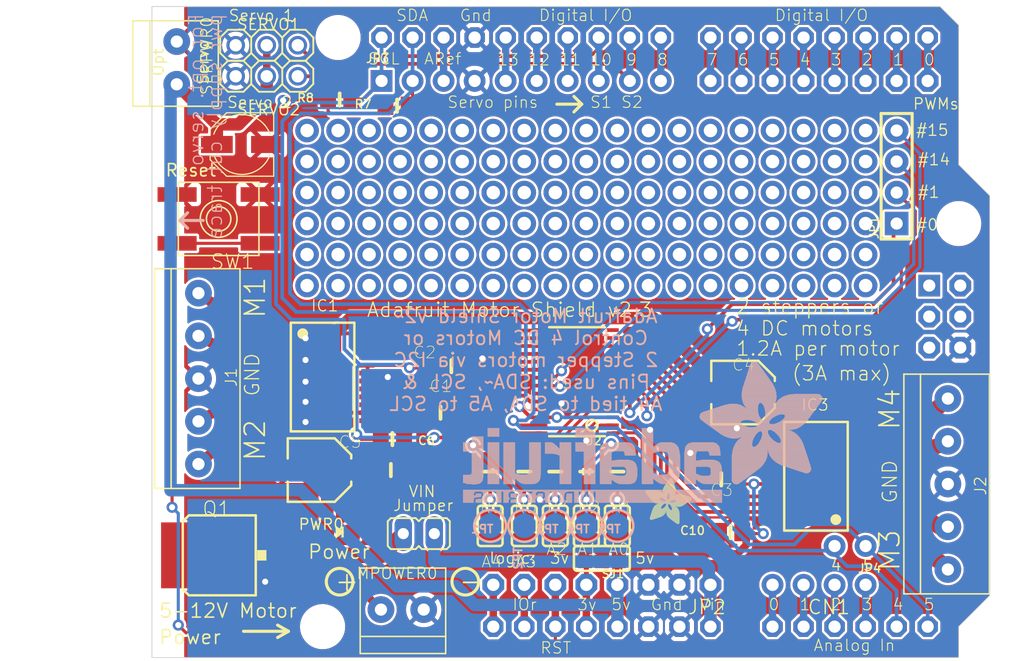
<source format=kicad_pcb>
(kicad_pcb (version 20221018) (generator pcbnew)
  (layers (0 "F.Cu" signal) (1 "In1.Cu" signal) (2 "In2.Cu" signal) (3 "In3.Cu" signal) (4 "In4.Cu" signal) (5 "In5.Cu" signal) (6 "In6.Cu" signal) (7 "In7.Cu" signal) (8 "In8.Cu" signal) (9 "In9.Cu" signal) (10 "In10.Cu" signal) (11 "In11.Cu" signal) (12 "In12.Cu" signal) (13 "In13.Cu" signal) (14 "In14.Cu" signal) (31 "B.Cu" signal) (34 "B.Paste" user) (35 "F.Paste" user) (36 "B.SilkS" user "B.Silkscreen") (37 "F.SilkS" user "F.Silkscreen") (38 "B.Mask" user) (39 "F.Mask" user) (44 "Edge.Cuts" user))
  (net 0 "")
  (net 1 "GND")
  (net 2 "VCC")
  (net 3 "+12V")
  (net 4 "M1A")
  (net 5 "M1B")
  (net 6 "M2B")
  (net 7 "M2A")
  (net 8 "M3A")
  (net 9 "M3B")
  (net 10 "M4B")
  (net 11 "M4A")
  (net 12 "D3")
  (net 13 "D5")
  (net 14 "D6")
  (net 15 "D11")
  (net 16 "D9")
  (net 17 "D10")
  (net 18 "AD5/SCL")
  (net 19 "AD4/SDA")
  (net 20 "/RST")
  (net 21 "VIN")
  (net 22 "AD0")
  (net 23 "AD1")
  (net 24 "AD2")
  (net 25 "AD3")
  (net 26 "D0")
  (net 27 "D1")
  (net 28 "D2")
  (net 29 "D4")
  (net 30 "D7")
  (net 31 "D8")
  (net 32 "D12")
  (net 33 "D13")
  (net 34 "AREF")
  (net 35 "N$44")
  (net 36 "N$34")
  (net 37 "N$35")
  (net 38 "N$36")
  (net 39 "N$37")
  (net 40 "N$38")
  (net 41 "N$39")
  (net 42 "N$40")
  (net 43 "N$41")
  (net 44 "N$42")
  (net 45 "N$43")
  (net 46 "N$45")
  (net 47 "N$46")
  (net 48 "N$47")
  (net 49 "N$48")
  (net 50 "N$49")
  (net 51 "N$50")
  (net 52 "N$51")
  (net 53 "N$52")
  (net 54 "N$53")
  (net 55 "N$54")
  (net 56 "N$55")
  (net 57 "N$56")
  (net 58 "N$57")
  (net 59 "N$58")
  (net 60 "N$59")
  (net 61 "N$60")
  (net 62 "N$61")
  (net 63 "N$62")
  (net 64 "N$63")
  (net 65 "N$64")
  (net 66 "N$65")
  (net 67 "N$66")
  (net 68 "N$67")
  (net 69 "N$68")
  (net 70 "N$69")
  (net 71 "N$70")
  (net 72 "N$71")
  (net 73 "N$72")
  (net 74 "N$73")
  (net 75 "N$74")
  (net 76 "N$75")
  (net 77 "N$76")
  (net 78 "N$77")
  (net 79 "N$78")
  (net 80 "N$79")
  (net 81 "N$80")
  (net 82 "N$81")
  (net 83 "N$82")
  (net 84 "N$83")
  (net 85 "N$84")
  (net 86 "N$89")
  (net 87 "N$90")
  (net 88 "N$91")
  (net 89 "N$92")
  (net 90 "N$93")
  (net 91 "N$94")
  (net 92 "N$95")
  (net 93 "N$96")
  (net 94 "N$97")
  (net 95 "N$98")
  (net 96 "N$99")
  (net 97 "N$100")
  (net 98 "N$101")
  (net 99 "N$102")
  (net 100 "N$103")
  (net 101 "N$104")
  (net 102 "N$105")
  (net 103 "N$106")
  (net 104 "N$107")
  (net 105 "N$108")
  (net 106 "N$109")
  (net 107 "N$110")
  (net 108 "N$111")
  (net 109 "N$112")
  (net 110 "N$113")
  (net 111 "N$114")
  (net 112 "N$115")
  (net 113 "N$116")
  (net 114 "N$117")
  (net 115 "N$118")
  (net 116 "N$119")
  (net 117 "N$120")
  (net 118 "N$121")
  (net 119 "N$122")
  (net 120 "N$123")
  (net 121 "N$124")
  (net 122 "N$125")
  (net 123 "N$126")
  (net 124 "N$127")
  (net 125 "N$128")
  (net 126 "N$135")
  (net 127 "N$136")
  (net 128 "N$137")
  (net 129 "N$138")
  (net 130 "N$141")
  (net 131 "N$142")
  (net 132 "N$143")
  (net 133 "N$144")
  (net 134 "N$145")
  (net 135 "N$146")
  (net 136 "N$147")
  (net 137 "N$148")
  (net 138 "N$149")
  (net 139 "N$150")
  (net 140 "N$151")
  (net 141 "N$152")
  (net 142 "N$153")
  (net 143 "N$154")
  (net 144 "N$155")
  (net 145 "N$156")
  (net 146 "N$157")
  (net 147 "N$158")
  (net 148 "N$159")
  (net 149 "N$133")
  (net 150 "PWM0")
  (net 151 "PWM1")
  (net 152 "PWM2")
  (net 153 "PWM3")
  (net 154 "PWM4")
  (net 155 "PWM5")
  (net 156 "PWM6")
  (net 157 "PWM7")
  (net 158 "PWM8")
  (net 159 "PWM9")
  (net 160 "PWM10")
  (net 161 "PWM11")
  (net 162 "PWM12")
  (net 163 "PWM13")
  (net 164 "PWM14")
  (net 165 "PWM15")
  (net 166 "A0")
  (net 167 "A1")
  (net 168 "A2")
  (net 169 "A3")
  (net 170 "A4")
  (net 171 "IOREF")
  (net 172 "N$2")
  (net 173 "+5V")
  (net 174 "+3V3")
  (net 175 "VMOTOR")
  (net 176 "MOSI")
  (net 177 "MISO")
  (net 178 "SCK")
  (footprint "working:0805-NO" (layer "F.Cu") (at 138.7221 107.7976)
    (fp_text reference "C2")
    (fp_text value "0.1uF")
  )
  (footprint "working:SOLDERJUMPER_REFLOW_NOPASTE" (layer "F.Cu") (at 147.2311 120.8786 90)
    (fp_text reference "A2")
    (fp_text value "")
  )
  (footprint "working:0805-NO" (layer "F.Cu") (at 141.8971 116.4336 -90)
    (fp_text reference "R6")
    (fp_text value "10k")
  )
  (footprint "working:FIDUCIAL_1MM" (layer "F.Cu") (at 115.7351 87.9856)
    (fp_text reference "U$3" hide)
    (fp_text value "FIDUCIAL" hide)
  )
  (footprint "working:1X2-3.5MM" (layer "F.Cu") (at 134.6581 127.7366)
    (fp_text reference "MPOWER0")
    (fp_text value "1X2-3.5MM" hide)
  )
  (footprint "" (layer "F.Cu") (at 180.2511 96.1136)
    (fp_text reference "@HOLE1" hide)
    (fp_text value "")
  )
  (footprint "working:1X03" (layer "F.Cu") (at 123.6091 81.5086)
    (fp_text reference "SERVO1")
    (fp_text value "")
  )
  (footprint "working:SOLDERJUMPER_REFLOW_NOPASTE" (layer "F.Cu") (at 144.6911 120.8786 -90)
    (fp_text reference "A3")
    (fp_text value "")
  )
  (footprint "working:1X02_ROUND" (layer "F.Cu") (at 171.3611 122.5296 180)
    (fp_text reference "JP4")
    (fp_text value "")
  )
  (footprint "working:ADAFRUIT_3.5MM" (layer "F.Cu") (at 154.5971 120.7516)
    (fp_text reference "U$6" hide)
    (fp_text value "" hide)
  )
  (footprint "working:0805-NO" (layer "F.Cu") (at 134.2771 86.4616 180)
    (fp_text reference "R7")
    (fp_text value "10K")
  )
  (footprint "working:SOLDERJUMPER_2WAY_OPEN_NOPASTE" (layer "F.Cu") (at 151.0411 123.5456 180)
    (fp_text reference "SJ1")
    (fp_text value "")
  )
  (footprint "working:0805-NO" (layer "F.Cu") (at 147.2311 116.4336 -90)
    (fp_text reference "R3")
    (fp_text value "10k")
  )
  (footprint "working:0805-NO" (layer "F.Cu") (at 149.7711 116.4336 -90)
    (fp_text reference "R2")
    (fp_text value "10k")
  )
  (footprint "working:1X04_ROUND_76" (layer "F.Cu") (at 175.1711 92.3036 90)
    (fp_text reference "JP1")
    (fp_text value "")
  )
  (footprint "working:CHIPLED_0805_NOOUTLINE" (layer "F.Cu") (at 129.5781 121.3866 -90)
    (fp_text reference "LED1" hide)
    (fp_text value "Green")
  )
  (footprint "working:D-PAK_TO252AA" (layer "F.Cu") (at 120.5611 123.2916 90)
    (fp_text reference "Q1")
    (fp_text value "AOD417")
  )
  (footprint "working:PANASONIC_C" (layer "F.Cu") (at 121.5771 89.6366 180)
    (fp_text reference "C9" hide)
    (fp_text value "10\\0uF 6.3V")
  )
  (footprint "working:1X2-3.5MM" (layer "F.Cu") (at 116.2431 82.9056 -90)
    (fp_text reference "SERPWR0")
    (fp_text value "1X2-3.5MM" hide)
  )
  (footprint "working:1X08-CLEANBIG" (layer "F.Cu") (at 168.8211 84.4296 180)
    (fp_text reference "D0-7" hide)
    (fp_text value "")
  )
  (footprint "working:EVQ-Q2" (layer "F.Cu") (at 119.6721 95.7326 180)
    (fp_text reference "SW1")
    (fp_text value "SPST_TACT-EVQQ2")
  )
  (footprint "" (layer "F.Cu") (at 129.4511 80.8736)
    (fp_text reference "@HOLE0" hide)
    (fp_text value "")
  )
  (footprint "working:SOLDERJUMPER_REFLOW_NOPASTE" (layer "F.Cu") (at 149.7711 120.8786 90)
    (fp_text reference "A1")
    (fp_text value "")
  )
  (footprint "working:PANASONIC_C" (layer "F.Cu") (at 162.5981 109.9566)
    (fp_text reference "C4")
    (fp_text value "47uF/16v")
  )
  (footprint "working:SOLDERJUMPER_REFLOW_NOPASTE" (layer "F.Cu") (at 152.3111 120.8786 90)
    (fp_text reference "A0")
    (fp_text value "")
  )
  (footprint "working:0805-NO" (layer "F.Cu") (at 137.8331 111.6076 180)
    (fp_text reference "C1")
    (fp_text value "0.1uF")
  )
  (footprint "working:FIDUCIAL_1MM" (layer "F.Cu") (at 162.5981 130.0226)
    (fp_text reference "U$2" hide)
    (fp_text value "FIDUCIAL" hide)
  )
  (footprint "working:1X05-3.5MM" (layer "F.Cu") (at 118.0211 108.8136 -90)
    (fp_text reference "J1")
    (fp_text value "1X5" hide)
  )
  (footprint "working:0805-NO" (layer "F.Cu") (at 160.8201 117.0686 180)
    (fp_text reference "C3")
    (fp_text value "0.1uF")
  )
  (footprint "working:PANASONIC_C" (layer "F.Cu") (at 127.9271 116.3066)
    (fp_text reference "C5")
    (fp_text value "47uF+/16v")
  )
  (footprint "working:JP1" (layer "F.Cu") (at 136.0551 121.5136 -90)
    (fp_text reference "PWR0")
    (fp_text value "")
  )
  (footprint "working:0805-NO" (layer "F.Cu") (at 144.6911 116.4336 -90)
    (fp_text reference "R5")
    (fp_text value "10k")
  )
  (footprint "working:1X05-3.5MM" (layer "F.Cu") (at 179.3621 117.4496 -90)
    (fp_text reference "J2")
    (fp_text value "1X5" hide)
  )
  (footprint "working:0805-NO" (layer "F.Cu") (at 133.7691 116.3066 180)
    (fp_text reference "R4" hide)
    (fp_text value "1K")
  )
  (footprint "working:TSSOP28" (layer "F.Cu") (at 149.0091 109.0676 90)
    (fp_text reference "U2")
    (fp_text value "PCA9685")
  )
  (footprint "working:0805-NO" (layer "F.Cu") (at 129.5781 85.9536 180)
    (fp_text reference "R8")
    (fp_text value "10K")
  )
  (footprint "" (layer "F.Cu") (at 128.1811 129.1336)
    (fp_text reference "@HOLE2" hide)
    (fp_text value "")
  )
  (footprint "working:SSOP24" (layer "F.Cu") (at 168.5671 116.8146 90)
    (fp_text reference "IC3")
    (fp_text value "TB6612FNG")
  )
  (footprint "working:0805-NO" (layer "F.Cu") (at 133.8961 113.7666)
    (fp_text reference "C6")
    (fp_text value "10uF")
  )
  (footprint "working:SSOP24" (layer "F.Cu") (at 128.1811 108.6866 -90)
    (fp_text reference "IC1")
    (fp_text value "TB6612FNG")
  )
  (footprint "working:0805-NO" (layer "F.Cu") (at 152.3111 116.4336 -90)
    (fp_text reference "R1")
    (fp_text value "10k")
  )
  (footprint "working:1X08-CLEANBIG" (layer "F.Cu") (at 151.0411 125.7046 180)
    (fp_text reference "JP2")
    (fp_text value "")
  )
  (footprint "working:1X03" (layer "F.Cu") (at 123.6091 84.0486)
    (fp_text reference "SERVO2")
    (fp_text value "")
  )
  (footprint "working:SOLDERJUMPER_REFLOW_NOPASTE" (layer "F.Cu") (at 141.8971 120.8786 -90)
    (fp_text reference "A4")
    (fp_text value "")
  )
  (footprint "working:0805-NO" (layer "F.Cu") (at 161.5821 121.3866 180)
    (fp_text reference "C10")
    (fp_text value "10uF")
  )
  (footprint "working:1X10_ROUND70" (layer "F.Cu") (at 144.4371 84.4296)
    (fp_text reference "JP3")
    (fp_text value "")
  )
  (footprint "working:FIDUCIAL_1MM" (layer "F.Cu") (at 179.4891 92.8116)
    (fp_text reference "U$4" hide)
    (fp_text value "FIDUCIAL" hide)
  )
  (footprint "working:ARDUINOR3_ICSP" (layer "F.Cu") (at 114.2111 131.6736)
    (fp_text reference "U$1" hide)
    (fp_text value "ARDUINO_R3_ICSP" hide)
    (fp_line (start 0 -53.34) (end 0 0) (stroke (width 0.05)) (layer "Edge.Cuts"))
    (fp_line (start 0 0) (end 66.04 0) (stroke (width 0.05)) (layer "Edge.Cuts"))
    (fp_line (start 64.516 -53.34) (end 0 -53.34) (stroke (width 0.05)) (layer "Edge.Cuts"))
    (fp_line (start 66.04 -51.816) (end 64.516 -53.34) (stroke (width 0.05)) (layer "Edge.Cuts"))
    (fp_line (start 66.04 -40.386) (end 66.04 -51.816) (stroke (width 0.05)) (layer "Edge.Cuts"))
    (fp_line (start 66.04 -2.54) (end 68.58 -5.08) (stroke (width 0.05)) (layer "Edge.Cuts"))
    (fp_line (start 66.04 0) (end 66.04 -2.54) (stroke (width 0.05)) (layer "Edge.Cuts"))
    (fp_line (start 68.58 -37.846) (end 66.04 -40.386) (stroke (width 0.05)) (layer "Edge.Cuts"))
    (fp_line (start 68.58 -5.08) (end 68.58 -37.846) (stroke (width 0.05)) (layer "Edge.Cuts"))
  )
  (footprint "working:1X04-CLEANBIG" (layer "F.Cu") (at 168.8211 125.7046 180)
    (fp_text reference "CN1")
    (fp_text value "1X4-CLEANBIG" hide)
  )
  (footprint "working:ADAFRUIT_TEXT_30MM" (layer "B.Cu") (at 169.3291 118.9736 180)
    (fp_text reference "U$5" hide)
    (fp_text value "" hide)
  )
  (footprint "working:TESTPOINT_ROUND_2MM" (layer "B.Cu") (at 147.2311 120.8786 180)
    (fp_text reference "TP3")
    (fp_text value "")
  )
  (footprint "working:TESTPOINT_ROUND_2MM" (layer "B.Cu") (at 141.8971 120.8786 180)
    (fp_text reference "TP1")
    (fp_text value "")
  )
  (footprint "working:TESTPOINT_ROUND_2MM" (layer "B.Cu") (at 144.6911 120.8786 -90)
    (fp_text reference "TP2")
    (fp_text value "")
  )
  (footprint "working:TESTPOINT_ROUND_2MM" (layer "B.Cu") (at 152.3111 120.8786 180)
    (fp_text reference "TP5")
    (fp_text value "")
  )
  (footprint "working:TESTPOINT_ROUND_2MM" (layer "B.Cu") (at 149.7711 120.8786 180)
    (fp_text reference "TP4")
    (fp_text value "")
  )
  (gr_line (start 116.4971 95.8596) (end 117.1321 95.2246) (stroke (width 0.254)) (layer "B.SilkS"))
  (gr_line (start 118.4021 95.8596) (end 116.4971 95.8596) (stroke (width 0.254)) (layer "B.SilkS"))
  (gr_line (start 116.4971 95.8596) (end 117.1321 96.4946) (stroke (width 0.254)) (layer "B.SilkS"))
  (gr_line (start 121.7041 129.5146) (end 125.3871 129.5146) (stroke (width 0.254)) (layer "F.SilkS"))
  (gr_line (start 173.9011 87.0966) (end 173.9011 97.3836) (stroke (width 0.254)) (layer "F.SilkS"))
  (gr_line (start 125.3871 129.5146) (end 124.4981 130.0226) (stroke (width 0.254)) (layer "F.SilkS"))
  (gr_line (start 176.4411 87.0966) (end 173.9011 87.0966) (stroke (width 0.254)) (layer "F.SilkS"))
  (gr_line (start 125.3871 129.5146) (end 124.4981 129.0066) (stroke (width 0.254)) (layer "F.SilkS"))
  (gr_circle (center 129.5781 125.4506) (end 130.6705 125.4506) (stroke (width 0.254)) (fill none) (layer "F.SilkS"))
  (gr_line (start 149.3901 86.3346) (end 148.7551 85.6996) (stroke (width 0.254)) (layer "F.SilkS"))
  (gr_line (start 176.4411 97.3836) (end 176.4411 87.0966) (stroke (width 0.254)) (layer "F.SilkS"))
  (gr_circle (center 139.8651 125.4506) (end 140.9575 125.4506) (stroke (width 0.254)) (fill none) (layer "F.SilkS"))
  (gr_line (start 149.3901 86.3346) (end 148.7551 86.9696) (stroke (width 0.254)) (layer "F.SilkS"))
  (gr_line (start 173.9011 97.3836) (end 176.4411 97.3836) (stroke (width 0.254)) (layer "F.SilkS"))
  (gr_line (start 147.3581 86.3346) (end 149.3901 86.3346) (stroke (width 0.254)) (layer "F.SilkS"))
  (gr_line (start 180.2511 129.1336) (end 180.2511 131.6736) (stroke (width 0.05)) (layer "Edge.Cuts"))
  (gr_line (start 182.7911 126.5936) (end 180.2511 129.1336) (stroke (width 0.05)) (layer "Edge.Cuts"))
  (gr_line (start 114.2111 78.3336) (end 178.7271 78.3336) (stroke (width 0.05)) (layer "Edge.Cuts"))
  (gr_line (start 180.2511 91.2876) (end 182.7911 93.8276) (stroke (width 0.05)) (layer "Edge.Cuts"))
  (gr_line (start 114.2111 131.6736) (end 114.2111 78.3336) (stroke (width 0.05)) (layer "Edge.Cuts"))
  (gr_line (start 178.7271 78.3336) (end 180.2511 79.8576) (stroke (width 0.05)) (layer "Edge.Cuts"))
  (gr_line (start 180.2511 79.8576) (end 180.2511 91.2876) (stroke (width 0.05)) (layer "Edge.Cuts"))
  (gr_line (start 182.7911 93.8276) (end 182.7911 126.5936) (stroke (width 0.05)) (layer "Edge.Cuts"))
  (gr_line (start 180.2511 131.6736) (end 114.2111 131.6736) (stroke (width 0.05)) (layer "Edge.Cuts"))
  (gr_text "For opt. servo" (at 118.5291 78.8416 -270) (layer "B.SilkS") (effects (font (size 1.1684 1.1684) (thickness 0.1016)) (justify left bottom mirror)))
  (gr_text "Adafruit Motor Shield v2~\nControl 4 DC Motors or\n2 Stepper motors via I2C\nPins used: SDA~, SCL &\nA4 tied to SDA, A5 to SCL" (at 144.8181 107.2896) (layer "B.SilkS") (effects (font (size 1.1176 1.1176) (thickness 0.1524)) (justify mirror)))
  (gr_text "pwr supply cut trace" (at 120.0531 78.8416 -270) (layer "B.SilkS") (effects (font (size 1.1684 1.1684) (thickness 0.1016)) (justify left bottom mirror)))
  (gr_text "(3A max)" (at 166.5351 109.0676) (layer "F.SilkS") (effects (font (size 1.1684 1.1684) (thickness 0.1016)) (justify left bottom)))
  (gr_text "PWMs" (at 176.4411 86.8426) (layer "F.SilkS") (effects (font (size 0.9144 0.9144) (thickness 0.1016)) (justify left bottom)))
  (gr_text "5v" (at 153.7081 124.0536) (layer "F.SilkS") (effects (font (size 0.9144 0.9144) (thickness 0.1016)) (justify left bottom)))
  (gr_text "Adafruit Motor Shield v2.3" (at 131.7371 103.8606) (layer "F.SilkS") (effects (font (size 1.1684 1.1684) (thickness 0.1016)) (justify left bottom)))
  (gr_text "+" (at 129.0701 126.3396) (layer "F.SilkS") (effects (font (size 1.63576 1.63576) (thickness 0.14224)) (justify left bottom)))
  (gr_text "Power" (at 114.7191 130.6576) (layer "F.SilkS") (effects (font (size 1.143 1.143) (thickness 0.127)) (justify left bottom)))
  (gr_text "GND" (at 123.1011 110.3376 90) (layer "F.SilkS") (effects (font (size 1.1684 1.1684) (thickness 0.1016)) (justify left bottom)))
  (gr_text "1.2A per motor" (at 161.9631 107.0356) (layer "F.SilkS") (effects (font (size 1.1684 1.1684) (thickness 0.1016)) (justify left bottom)))
  (gr_text "-" (at 139.2301 126.3396) (layer "F.SilkS") (effects (font (size 1.63576 1.63576) (thickness 0.14224)) (justify left bottom)))
  (gr_text "M4" (at 175.5521 113.1316 90) (layer "F.SilkS") (effects (font (size 1.63576 1.63576) (thickness 0.14224)) (justify left bottom)))
  (gr_text "M3" (at 175.5521 124.6886 90) (layer "F.SilkS") (effects (font (size 1.63576 1.63576) (thickness 0.14224)) (justify left bottom)))
  (gr_text "2 steppers or" (at 161.9631 103.6066) (layer "F.SilkS") (effects (font (size 1.1684 1.1684) (thickness 0.1016)) (justify left bottom)))
  (gr_text "M1" (at 123.6091 103.9876 90) (layer "F.SilkS") (effects (font (size 1.63576 1.63576) (thickness 0.14224)) (justify left bottom)))
  (gr_text "S1" (at 150.0251 86.7156) (layer "F.SilkS") (effects (font (size 0.93472 0.93472) (thickness 0.08128)) (justify left bottom)))
  (gr_text "S2" (at 152.5651 86.7156) (layer "F.SilkS") (effects (font (size 0.93472 0.93472) (thickness 0.08128)) (justify left bottom)))
  (gr_text "Servo pins" (at 138.3411 86.7156) (layer "F.SilkS") (effects (font (size 0.93472 0.93472) (thickness 0.08128)) (justify left bottom)))
  (gr_text "#0" (at 176.6951 96.7486) (layer "F.SilkS") (effects (font (size 0.9144 0.9144) (thickness 0.1016)) (justify left bottom)))
  (gr_text "M2" (at 123.6091 115.6716 90) (layer "F.SilkS") (effects (font (size 1.63576 1.63576) (thickness 0.14224)) (justify left bottom)))
  (gr_text "4" (at 169.7101 124.6378) (layer "F.SilkS") (effects (font (size 0.9144 0.9144) (thickness 0.1016)) (justify left bottom)))
  (gr_text "Opt" (at 114.7191 82.9056 90) (layer "F.SilkS") (effects (font (size 0.89408 0.89408) (thickness 0.12192))))
  (gr_text "Jumper" (at 133.8961 119.7356) (layer "F.SilkS") (effects (font (size 0.9144 0.9144) (thickness 0.1016)) (justify left bottom)))
  (gr_text "#14" (at 176.8221 91.4146) (layer "F.SilkS") (effects (font (size 0.9144 0.9144) (thickness 0.1016)) (justify left bottom)))
  (gr_text "GND" (at 175.2981 119.1006 90) (layer "F.SilkS") (effects (font (size 1.1684 1.1684) (thickness 0.1016)) (justify left bottom)))
  (gr_text "5" (at 172.3263 124.6378) (layer "F.SilkS") (effects (font (size 0.9144 0.9144) (thickness 0.1016)) (justify left bottom)))
  (gr_text "#15" (at 176.6951 89.0016) (layer "F.SilkS") (effects (font (size 0.9144 0.9144) (thickness 0.1016)) (justify left bottom)))
  (gr_text "VIN" (at 135.1661 118.5926) (layer "F.SilkS") (effects (font (size 0.9144 0.9144) (thickness 0.1016)) (justify left bottom)))
  (gr_text "Servo 1" (at 120.4341 79.6036) (layer "F.SilkS") (effects (font (size 0.9144 0.9144) (thickness 0.1016)) (justify left bottom)))
  (gr_text "Power" (at 126.9111 123.6726) (layer "F.SilkS") (effects (font (size 1.143 1.143) (thickness 0.127)) (justify left bottom)))
  (gr_text "#1" (at 176.8221 94.0816) (layer "F.SilkS") (effects (font (size 0.9144 0.9144) (thickness 0.1016)) (justify left bottom)))
  (gr_text "5-12V Motor" (at 114.7191 128.4986) (layer "F.SilkS") (effects (font (size 1.143 1.143) (thickness 0.127)) (justify left bottom)))
  (gr_text "4 DC motors" (at 161.9631 105.3846) (layer "F.SilkS") (effects (font (size 1.1684 1.1684) (thickness 0.1016)) (justify left bottom)))
  (gr_text "Servo" (at 118.4021 82.9056 90) (layer "F.SilkS") (effects (font (size 0.89408 0.89408) (thickness 0.12192))))
  (gr_text "Reset" (at 119.5451 91.1606) (layer "F.SilkS") (effects (font (size 1.00584 1.00584) (thickness 0.13716)) (justify right top)))
  (gr_text "3v" (at 146.7231 124.0536) (layer "F.SilkS") (effects (font (size 0.9144 0.9144) (thickness 0.1016)) (justify left bottom)))
  (gr_text "Servo 2" (at 120.3071 86.7156) (layer "F.SilkS") (effects (font (size 0.9144 0.9144) (thickness 0.1016)) (justify left bottom)))
  (gr_text "logic:" (at 141.7701 124.0536) (layer "F.SilkS") (effects (font (size 0.9144 0.9144) (thickness 0.1016)) (justify left bottom)))
  (segment (start 147.4851 111.0996) (end 147.7391 110.8456) (width 0.254) (layer "F.Cu") (net 1))
  (segment (start 146.0913 111.3426) (end 146.8611 111.3426) (width 0.254) (layer "F.Cu") (net 1))
  (segment (start 146.8611 111.3426) (end 147.1041 111.0996) (width 0.254) (layer "F.Cu") (net 1))
  (segment (start 147.1041 111.0996) (end 147.4851 111.0996) (width 0.254) (layer "F.Cu") (net 1))
  (via (at 158.2801 114.9096) (size 0.9064) (drill 0.5) (layers "F.Cu" "B.Cu") (net 1))
  (via (at 126.7841 107.2896) (size 0.9064) (drill 0.5) (layers "F.Cu" "B.Cu") (net 1))
  (via (at 126.7841 105.5116) (size 0.9064) (drill 0.5) (layers "F.Cu" "B.Cu") (net 1))
  (via (at 123.4821 125.4506) (size 0.9064) (drill 0.5) (layers "F.Cu" "B.Cu") (net 1))
  (via (at 126.7841 110.7186) (size 0.9064) (drill 0.5) (layers "F.Cu" "B.Cu") (net 1))
  (via (at 145.9611 118.7196) (size 0.9064) (drill 0.5) (layers "F.Cu" "B.Cu") (net 1))
  (via (at 154.9781 113.0046) (size 0.9064) (drill 0.5) (layers "F.Cu" "B.Cu") (net 1))
  (via (at 162.0901 112.8776) (size 0.9064) (drill 0.5) (layers "F.Cu" "B.Cu") (net 1))
  (via (at 147.7391 110.8456) (size 0.9064) (drill 0.5) (layers "F.Cu" "B.Cu") (net 1))
  (via (at 133.5151 108.6866) (size 0.9064) (drill 0.5) (layers "F.Cu" "B.Cu") (net 1))
  (via (at 126.7841 109.0676) (size 0.9064) (drill 0.5) (layers "F.Cu" "B.Cu") (net 1))
  (via (at 141.2621 107.1626) (size 0.9064) (drill 0.5) (layers "F.Cu" "B.Cu") (net 1))
  (via (at 126.7841 112.3696) (size 0.9064) (drill 0.5) (layers "F.Cu" "B.Cu") (net 1))
  (via (at 149.7711 113.8936) (size 0.9064) (drill 0.5) (layers "F.Cu" "B.Cu") (net 1))
  (segment (start 149.7711 121.6406) (end 147.2311 121.6406) (width 0.3048) (layer "F.Cu") (net 2))
  (segment (start 131.3561 113.7666) (end 130.9751 113.3856) (width 0.3048) (layer "F.Cu") (net 2))
  (segment (start 152.3111 121.6406) (end 149.7711 121.6406) (width 0.3048) (layer "F.Cu") (net 2))
  (segment (start 163.4871 117.4496) (end 164.6321 117.4496) (width 0.3048) (layer "F.Cu") (net 2))
  (segment (start 137.5951 107.9246) (end 137.6451 107.9246) (width 0.254) (layer "F.Cu") (net 2))
  (segment (start 125.0221 85.9536) (end 128.6281 85.9536) (width 0.3048) (layer "F.Cu") (net 2))
  (segment (start 135.0801 107.7116) (end 135.2931 107.9246) (width 0.3048) (layer "F.Cu") (net 2))
  (segment (start 138.9761 121.6406) (end 152.3111 121.6406) (width 0.3048) (layer "F.Cu") (net 2))
  (segment (start 124.9506 86.0251) (end 125.0776 85.8981) (width 0.3048) (layer "F.Cu") (net 2))
  (segment (start 138.9761 112.6236) (end 138.9761 111.6076) (width 0.3048) (layer "F.Cu") (net 2))
  (segment (start 131.8061 107.7116) (end 135.0801 107.7116) (width 0.3048) (layer "F.Cu") (net 2))
  (segment (start 162.1511 117.4496) (end 161.7701 117.0686) (width 0.254) (layer "F.Cu") (net 2))
  (segment (start 143.2011 113.2926) (end 146.0913 113.2926) (width 0.3048) (layer "F.Cu") (net 2))
  (segment (start 144.6911 121.6406) (end 141.8971 121.6406) (width 0.3048) (layer "F.Cu") (net 2))
  (segment (start 162.1411 123.1646) (end 162.8521 122.4536) (width 0.6096) (layer "F.Cu") (net 2))
  (segment (start 152.3111 121.6406) (end 156.1211 121.6406) (width 0.6096) (layer "F.Cu") (net 2))
  (segment (start 128.8161 87.0966) (end 128.6281 86.9086) (width 0.254) (layer "F.Cu") (net 2))
  (segment (start 163.4871 117.4496) (end 162.1511 117.4496) (width 0.254) (layer "F.Cu") (net 2))
  (segment (start 162.8521 121.5136) (end 164.2491 121.5136) (width 0.254) (layer "F.Cu") (net 2))
  (segment (start 138.9761 113.6396) (end 137.3251 113.6396) (width 0.3048) (layer "F.Cu") (net 2))
  (segment (start 133.3271 86.4616) (end 132.6921 87.0966) (width 0.254) (layer "F.Cu") (net 2))
  (segment (start 138.9761 111.6076) (end 138.7831 111.6076) (width 0.3048) (layer "F.Cu") (net 2))
  (segment (start 131.8061 107.7116) (end 131.8641 107.7696) (width 0.3048) (layer "F.Cu") (net 2))
  (segment (start 162.5321 121.3866) (end 162.7251 121.3866) (width 0.254) (layer "F.Cu") (net 2))
  (segment (start 142.9131 110.9726) (end 142.9131 112.7506) (width 0.3048) (layer "F.Cu") (net 2))
  (segment (start 142.9131 112.7506) (end 142.7861 112.8776) (width 0.3048) (layer "F.Cu") (net 2))
  (segment (start 135.2931 107.9246) (end 137.5951 107.9246) (width 0.3048) (layer "F.Cu") (net 2))
  (segment (start 151.0411 121.6406) (end 152.3111 121.6406) (width 0.4064) (layer "F.Cu") (net 2))
  (segment (start 162.7251 121.3866) (end 162.8521 121.5136) (width 0.254) (layer "F.Cu") (net 2))
  (segment (start 142.7861 112.8776) (end 143.2011 113.2926) (width 0.3048) (layer "F.Cu") (net 2))
  (segment (start 144.6911 110.2106) (end 143.6751 110.2106) (width 0.3048) (layer "F.Cu") (net 2))
  (segment (start 138.9761 121.6406) (end 138.9761 113.6396) (width 0.4064) (layer "F.Cu") (net 2))
  (segment (start 132.9461 113.7666) (end 131.3561 113.7666) (width 0.3048) (layer "F.Cu") (net 2))
  (segment (start 164.8711 117.0686) (end 164.9421 117.1396) (width 0.3048) (layer "F.Cu") (net 2))
  (segment (start 143.6751 110.2106) (end 142.9131 110.9726) (width 0.3048) (layer "F.Cu") (net 2))
  (segment (start 164.6321 117.4496) (end 164.9421 117.1396) (width 0.3048) (layer "F.Cu") (net 2))
  (segment (start 132.6921 87.0966) (end 128.8161 87.0966) (width 0.254) (layer "F.Cu") (net 2))
  (segment (start 137.6451 107.9246) (end 137.7721 107.7976) (width 0.254) (layer "F.Cu") (net 2))
  (segment (start 138.9761 113.2586) (end 138.9761 112.6236) (width 0.3048) (layer "F.Cu") (net 2))
  (segment (start 142.7861 112.8776) (end 139.2301 112.8776) (width 0.3048) (layer "F.Cu") (net 2))
  (segment (start 125.0221 85.9536) (end 124.9506 86.0251) (width 0.3048) (layer "F.Cu") (net 2))
  (segment (start 128.6281 86.9086) (end 128.6281 85.9536) (width 0.254) (layer "F.Cu") (net 2))
  (segment (start 157.6451 123.1646) (end 162.1411 123.1646) (width 0.6096) (layer "F.Cu") (net 2))
  (segment (start 156.1211 121.6406) (end 157.6451 123.1646) (width 0.6096) (layer "F.Cu") (net 2))
  (segment (start 139.2301 112.8776) (end 138.9761 112.6236) (width 0.3048) (layer "F.Cu") (net 2))
  (segment (start 131.8641 108.3036) (end 131.8061 108.3616) (width 0.3048) (layer "F.Cu") (net 2))
  (segment (start 138.9761 113.6396) (end 138.9761 113.2586) (width 0.4064) (layer "F.Cu") (net 2))
  (segment (start 145.1731 110.6926) (end 144.6911 110.2106) (width 0.3048) (layer "F.Cu") (net 2))
  (segment (start 146.0913 110.6926) (end 145.1731 110.6926) (width 0.3048) (layer "F.Cu") (net 2))
  (segment (start 164.9421 117.7896) (end 164.9421 117.1396) (width 0.3048) (layer "F.Cu") (net 2))
  (segment (start 151.0411 123.5456) (end 151.0411 121.6406) (width 0.4064) (layer "F.Cu") (net 2))
  (segment (start 147.2311 121.6406) (end 144.6911 121.6406) (width 0.3048) (layer "F.Cu") (net 2))
  (segment (start 131.8641 107.7696) (end 131.8641 108.3036) (width 0.3048) (layer "F.Cu") (net 2))
  (segment (start 162.8521 122.4536) (end 162.8521 121.5136) (width 0.6096) (layer "F.Cu") (net 2))
  (via (at 135.2931 107.9246) (size 0.9064) (drill 0.5) (layers "F.Cu" "B.Cu") (net 2))
  (via (at 130.9751 113.3856) (size 0.9064) (drill 0.5) (layers "F.Cu" "B.Cu") (net 2))
  (via (at 124.9506 86.0251) (size 0.9064) (drill 0.5) (layers "F.Cu" "B.Cu") (net 2))
  (via (at 163.4871 117.4496) (size 0.9064) (drill 0.5) (layers "F.Cu" "B.Cu") (net 2))
  (via (at 164.2491 121.5136) (size 0.9064) (drill 0.5) (layers "F.Cu" "B.Cu") (net 2))
  (via (at 137.3251 113.6396) (size 0.9064) (drill 0.5) (layers "F.Cu" "B.Cu") (net 2))
  (segment (start 130.9751 113.3856) (end 130.9751 107.9246) (width 0.3048) (layer "B.Cu") (net 2))
  (segment (start 135.0391 107.6706) (end 135.2931 107.9246) (width 0.3048) (layer "B.Cu") (net 2))
  (segment (start 129.9591 103.9876) (end 125.6411 103.9876) (width 0.3048) (layer "B.Cu") (net 2))
  (segment (start 137.3251 113.6396) (end 131.2291 113.6396) (width 0.3048) (layer "B.Cu") (net 2))
  (segment (start 163.4871 117.4496) (end 163.4871 120.7516) (width 0.3048) (layer "B.Cu") (net 2))
  (segment (start 130.9751 107.9246) (end 131.2291 107.6706) (width 0.3048) (layer "B.Cu") (net 2))
  (segment (start 124.3711 102.7176) (end 124.3711 86.6046) (width 0.3048) (layer "B.Cu") (net 2))
  (segment (start 124.3711 86.6046) (end 124.9506 86.0251) (width 0.3048) (layer "B.Cu") (net 2))
  (segment (start 131.2291 113.6396) (end 130.9751 113.3856) (width 0.3048) (layer "B.Cu") (net 2))
  (segment (start 129.9591 106.4006) (end 129.9591 103.9876) (width 0.3048) (layer "B.Cu") (net 2))
  (segment (start 131.2291 107.6706) (end 135.0391 107.6706) (width 0.3048) (layer "B.Cu") (net 2))
  (segment (start 125.6411 103.9876) (end 124.3711 102.7176) (width 0.3048) (layer "B.Cu") (net 2))
  (segment (start 163.4871 120.7516) (end 164.2491 121.5136) (width 0.3048) (layer "B.Cu") (net 2))
  (segment (start 131.2291 107.6706) (end 129.9591 106.4006) (width 0.3048) (layer "B.Cu") (net 2))
  (segment (start 128.5621 121.0116) (end 128.5621 120.8786) (width 0.6096) (layer "F.Cu") (net 3))
  (segment (start 131.8021 111.6076) (end 131.8061 111.6116) (width 0.3048) (layer "F.Cu") (net 3))
  (segment (start 167.6781 111.7346) (end 166.0271 110.0836) (width 1.016) (layer "F.Cu") (net 3))
  (segment (start 164.9421 112.1846) (end 164.9421 110.2506) (width 0.6096) (layer "F.Cu") (net 3))
  (segment (start 167.6781 120.3706) (end 167.6781 111.7346) (width 1.016) (layer "F.Cu") (net 3))
  (segment (start 129.1971 116.3066) (end 129.9771 116.3066) (width 0.3048) (layer "F.Cu") (net 3))
  (segment (start 129.1971 105.1306) (end 129.2161 105.1116) (width 0.3048) (layer "F.Cu") (net 3))
  (segment (start 162.6161 107.9246) (end 164.6481 109.9566) (width 1.016) (layer "F.Cu") (net 3))
  (segment (start 164.9421 113.8896) (end 164.9421 113.2396) (width 0.254) (layer "F.Cu") (net 3))
  (segment (start 128.5621 121.3866) (end 128.5621 120.8786) (width 1.016) (layer "F.Cu") (net 3))
  (segment (start 167.6591 120.3896) (end 167.5321 120.3896) (width 0.3048) (layer "F.Cu") (net 3))
  (segment (start 167.6781 120.3706) (end 167.6591 120.3896) (width 0.3048) (layer "F.Cu") (net 3))
  (segment (start 133.0071 123.2916) (end 134.7851 121.5136) (width 1.27) (layer "F.Cu") (net 3))
  (segment (start 131.7371 111.6806) (end 131.7371 112.2426) (width 0.3048) (layer "F.Cu") (net 3))
  (segment (start 129.2161 105.1116) (end 131.8061 105.1116) (width 0.3048) (layer "F.Cu") (net 3))
  (segment (start 164.7751 110.0836) (end 164.6481 109.9566) (width 1.016) (layer "F.Cu") (net 3))
  (segment (start 155.2501 103.8606) (end 159.3141 107.9246) (width 1.016) (layer "F.Cu") (net 3))
  (segment (start 130.4671 103.8606) (end 129.2161 105.1116) (width 1.016) (layer "F.Cu") (net 3))
  (segment (start 131.7871 112.2426) (end 131.8061 112.2616) (width 0.3048) (layer "F.Cu") (net 3))
  (segment (start 128.5621 117.8306) (end 129.1971 117.1956) (width 1.016) (layer "F.Cu") (net 3))
  (segment (start 128.5621 123.2916) (end 133.0071 123.2916) (width 1.27) (layer "F.Cu") (net 3))
  (segment (start 159.3141 107.9246) (end 162.6161 107.9246) (width 1.016) (layer "F.Cu") (net 3))
  (segment (start 128.9431 116.0526) (end 129.1971 115.7986) (width 0.3048) (layer "F.Cu") (net 3))
  (segment (start 130.4671 103.8606) (end 155.2501 103.8606) (width 1.016) (layer "F.Cu") (net 3))
  (segment (start 164.9421 120.3896) (end 167.5321 120.3896) (width 0.4064) (layer "F.Cu") (net 3))
  (segment (start 131.7371 112.2426) (end 131.7871 112.2426) (width 0.3048) (layer "F.Cu") (net 3))
  (segment (start 128.5621 120.8786) (end 128.5621 117.8306) (width 1.016) (layer "F.Cu") (net 3))
  (segment (start 129.1971 115.7986) (end 129.1971 111.6076) (width 1.016) (layer "F.Cu") (net 3))
  (segment (start 131.8061 111.6116) (end 131.7371 111.6806) (width 0.3048) (layer "F.Cu") (net 3))
  (segment (start 125.3611 121.0116) (end 128.5621 121.0116) (width 0.6096) (layer "F.Cu") (net 3))
  (segment (start 129.1971 117.1956) (end 129.1971 115.7986) (width 1.016) (layer "F.Cu") (net 3))
  (segment (start 129.1971 111.6076) (end 129.1971 105.1306) (width 1.016) (layer "F.Cu") (net 3))
  (segment (start 164.9421 112.1846) (end 164.9421 113.2396) (width 0.254) (layer "F.Cu") (net 3))
  (segment (start 128.5621 123.2916) (end 128.5621 121.4206) (width 1.016) (layer "F.Cu") (net 3))
  (segment (start 164.9421 110.2506) (end 164.6481 109.9566) (width 0.6096) (layer "F.Cu") (net 3))
  (segment (start 128.9431 116.0526) (end 129.1971 116.3066) (width 0.3048) (layer "F.Cu") (net 3))
  (segment (start 129.1971 111.6076) (end 130.3401 111.6076) (width 0.6096) (layer "F.Cu") (net 3))
  (segment (start 128.5281 121.3866) (end 128.5621 121.3866) (width 1.016) (layer "F.Cu") (net 3))
  (segment (start 130.3401 111.6076) (end 131.8021 111.6076) (width 0.3048) (layer "F.Cu") (net 3))
  (segment (start 128.5621 121.4206) (end 128.5281 121.3866) (width 1.016) (layer "F.Cu") (net 3))
  (segment (start 166.0271 110.0836) (end 164.7751 110.0836) (width 1.016) (layer "F.Cu") (net 3))
  (segment (start 124.5561 105.7616) (end 124.5561 105.1116) (width 0.4064) (layer "F.Cu") (net 4))
  (segment (start 124.6251 105.7616) (end 124.5561 105.7616) (width 0.3048) (layer "F.Cu") (net 4))
  (segment (start 123.1011 105.3846) (end 123.4781 105.7616) (width 0.4064) (layer "F.Cu") (net 4))
  (segment (start 118.0211 101.8136) (end 123.1011 105.3846) (width 0.8128) (layer "F.Cu") (net 4))
  (segment (start 123.4781 105.7616) (end 124.5561 105.7616) (width 0.4064) (layer "F.Cu") (net 4))
  (segment (start 124.5561 105.1116) (end 124.6251 105.1116) (width 0.4064) (layer "F.Cu") (net 4))
  (segment (start 122.9741 108.0516) (end 124.4981 108.0516) (width 0.3048) (layer "F.Cu") (net 5))
  (segment (start 124.4981 108.3036) (end 124.5561 108.3616) (width 0.3048) (layer "F.Cu") (net 5))
  (segment (start 124.6121 108.3056) (end 124.6251 108.3056) (width 0.3048) (layer "F.Cu") (net 5))
  (segment (start 124.6251 107.7976) (end 124.6251 107.7806) (width 0.3048) (layer "F.Cu") (net 5))
  (segment (start 122.8471 107.9246) (end 122.9741 108.0516) (width 0.3048) (layer "F.Cu") (net 5))
  (segment (start 124.4981 108.0516) (end 124.4981 108.3036) (width 0.3048) (layer "F.Cu") (net 5))
  (segment (start 118.0211 105.3136) (end 122.8471 107.9246) (width 0.8128) (layer "F.Cu") (net 5))
  (segment (start 124.6251 108.3056) (end 124.6251 107.7976) (width 0.3048) (layer "F.Cu") (net 5))
  (segment (start 124.5561 108.3616) (end 124.6121 108.3056) (width 0.3048) (layer "F.Cu") (net 5))
  (segment (start 124.6251 107.7806) (end 124.5561 107.7116) (width 0.3048) (layer "F.Cu") (net 5))
  (segment (start 124.5561 109.5456) (end 124.5561 109.0116) (width 0.3048) (layer "F.Cu") (net 6))
  (segment (start 124.4981 109.6036) (end 124.5561 109.5456) (width 0.3048) (layer "F.Cu") (net 6))
  (segment (start 123.2841 109.0116) (end 124.5561 109.0116) (width 0.3048) (layer "F.Cu") (net 6))
  (segment (start 118.0211 112.3136) (end 122.8471 109.4486) (width 0.8128) (layer "F.Cu") (net 6))
  (segment (start 122.8471 109.4486) (end 123.2841 109.0116) (width 0.3048) (layer "F.Cu") (net 6))
  (segment (start 124.4981 109.6036) (end 124.5561 109.6616) (width 0.3048) (layer "F.Cu") (net 6))
  (segment (start 122.5931 111.9886) (end 122.9701 111.6116) (width 0.3048) (layer "F.Cu") (net 7))
  (segment (start 122.9701 111.6116) (end 124.5561 111.6116) (width 0.3048) (layer "F.Cu") (net 7))
  (segment (start 124.6061 112.2616) (end 124.5561 112.2616) (width 0.4064) (layer "F.Cu") (net 7))
  (segment (start 124.6251 112.2426) (end 124.5561 112.1736) (width 0.3048) (layer "F.Cu") (net 7))
  (segment (start 124.5561 112.1736) (end 124.5561 111.6116) (width 0.3048) (layer "F.Cu") (net 7))
  (segment (start 124.6251 112.2426) (end 124.6061 112.2616) (width 0.4064) (layer "F.Cu") (net 7))
  (segment (start 118.0211 115.8136) (end 122.5931 111.9886) (width 0.8128) (layer "F.Cu") (net 7))
  (segment (start 173.1391 120.1166) (end 179.2351 124.1806) (width 1.27) (layer "F.Cu") (net 8))
  (segment (start 172.1921 120.3896) (end 172.4651 120.1166) (width 0.254) (layer "F.Cu") (net 8))
  (segment (start 172.1921 119.7396) (end 172.1921 120.3896) (width 0.254) (layer "F.Cu") (net 8))
  (segment (start 179.2351 124.1806) (end 179.3621 124.4496) (width 1.27) (layer "F.Cu") (net 8))
  (segment (start 172.4651 120.1166) (end 173.1391 120.1166) (width 0.254) (layer "F.Cu") (net 8))
  (segment (start 172.5321 117.4496) (end 173.1391 117.4496) (width 0.4064) (layer "F.Cu") (net 9))
  (segment (start 172.1921 117.7896) (end 172.1921 117.1396) (width 0.254) (layer "F.Cu") (net 9))
  (segment (start 173.1391 117.4496) (end 173.5201 117.5766) (width 0.4064) (layer "F.Cu") (net 9))
  (segment (start 173.5201 117.5766) (end 178.6711 120.9496) (width 1.27) (layer "F.Cu") (net 9))
  (segment (start 172.1921 117.7896) (end 172.5321 117.4496) (width 0.4064) (layer "F.Cu") (net 9))
  (segment (start 178.6711 120.9496) (end 179.3621 120.9496) (width 1.27) (layer "F.Cu") (net 9))
  (segment (start 172.1921 115.8396) (end 172.1511 116.1796) (width 0.3048) (layer "F.Cu") (net 10))
  (segment (start 179.0371 114.1476) (end 179.3621 113.9496) (width 1.27) (layer "F.Cu") (net 10))
  (segment (start 172.1921 115.8396) (end 172.1921 116.4896) (width 0.3048) (layer "F.Cu") (net 10))
  (segment (start 173.5201 116.0526) (end 179.0371 114.1476) (width 1.27) (layer "F.Cu") (net 10))
  (segment (start 172.1511 116.1796) (end 173.5201 116.0526) (width 0.3048) (layer "F.Cu") (net 10))
  (segment (start 178.0771 111.6076) (end 179.3621 110.4496) (width 1.27) (layer "F.Cu") (net 11))
  (segment (start 172.8461 113.5126) (end 173.3931 113.5126) (width 0.4064) (layer "F.Cu") (net 11))
  (segment (start 172.1921 113.2396) (end 172.8461 113.5126) (width 0.4064) (layer "F.Cu") (net 11))
  (segment (start 173.3931 113.5126) (end 178.0771 111.6076) (width 1.27) (layer "F.Cu") (net 11))
  (segment (start 172.1921 113.2396) (end 172.1921 113.8896) (width 0.4064) (layer "F.Cu") (net 11))
  (segment (start 170.0911 80.8736) (end 170.0911 84.4296) (width 0.6096) (layer "B.Cu") (net 12))
  (segment (start 165.1381 84.3026) (end 165.0111 84.4296) (width 0.3048) (layer "B.Cu") (net 13))
  (segment (start 165.0111 80.8736) (end 165.0111 83.5406) (width 0.6096) (layer "B.Cu") (net 13))
  (segment (start 165.0111 83.5406) (end 165.1381 83.6676) (width 0.3048) (layer "B.Cu") (net 13))
  (segment (start 165.1381 83.6676) (end 165.1381 84.3026) (width 0.3048) (layer "B.Cu") (net 13))
  (segment (start 162.4711 80.8736) (end 162.4711 84.4296) (width 0.6096) (layer "B.Cu") (net 14))
  (segment (start 148.2471 84.4296) (end 148.2471 80.8736) (width 0.6096) (layer "B.Cu") (net 15))
  (segment (start 151.9301 83.0326) (end 131.7371 83.0326) (width 0.3048) (layer "F.Cu") (net 16))
  (segment (start 153.3271 84.4296) (end 151.9301 83.0326) (width 0.3048) (layer "F.Cu") (net 16))
  (segment (start 131.7371 83.0326) (end 130.7211 84.0486) (width 0.3048) (layer "F.Cu") (net 16))
  (segment (start 130.7211 84.0486) (end 126.1491 84.0486) (width 0.3048) (layer "F.Cu") (net 16))
  (segment (start 153.3271 84.4296) (end 153.3271 80.8736) (width 0.6096) (layer "B.Cu") (net 16))
  (segment (start 150.7871 81.7626) (end 150.7871 80.8736) (width 0.3048) (layer "F.Cu") (net 17))
  (segment (start 127.9271 83.2866) (end 130.3401 83.2866) (width 0.3048) (layer "F.Cu") (net 17))
  (segment (start 150.1521 82.3976) (end 150.7871 81.7626) (width 0.3048) (layer "F.Cu") (net 17))
  (segment (start 130.3401 83.2866) (end 131.2291 82.3976) (width 0.3048) (layer "F.Cu") (net 17))
  (segment (start 131.2291 82.3976) (end 150.1521 82.3976) (width 0.3048) (layer "F.Cu") (net 17))
  (segment (start 126.1491 81.5086) (end 127.9271 83.2866) (width 0.3048) (layer "F.Cu") (net 17))
  (segment (start 150.7871 84.4296) (end 150.7871 80.8736) (width 0.6096) (layer "B.Cu") (net 17))
  (segment (start 147.3541 111.9926) (end 147.3581 111.9886) (width 0.3048) (layer "F.Cu") (net 18))
  (segment (start 144.3101 111.0996) (end 145.2031 111.9926) (width 0.3048) (layer "F.Cu") (net 18))
  (segment (start 131.4831 85.9536) (end 133.0071 84.4296) (width 0.3048) (layer "F.Cu") (net 18))
  (segment (start 146.0913 111.9926) (end 147.3541 111.9926) (width 0.3048) (layer "F.Cu") (net 18))
  (segment (start 145.2031 111.9926) (end 146.0913 111.9926) (width 0.3048) (layer "F.Cu") (net 18))
  (segment (start 130.5281 85.9536) (end 131.4831 85.9536) (width 0.3048) (layer "F.Cu") (net 18))
  (via (at 147.3581 111.9886) (size 0.9064) (drill 0.5) (layers "F.Cu" "B.Cu") (net 18))
  (via (at 144.3101 111.0996) (size 0.9064) (drill 0.5) (layers "F.Cu" "B.Cu") (net 18))
  (segment (start 171.3611 121.2596) (end 172.6311 122.5296) (width 0.3048) (layer "B.Cu") (net 18))
  (segment (start 152.3111 111.9886) (end 153.2001 112.8776) (width 0.3048) (layer "B.Cu") (net 18))
  (segment (start 167.9321 121.2596) (end 171.3611 121.2596) (width 0.3048) (layer "B.Cu") (net 18))
  (segment (start 163.1061 122.4026) (end 166.7891 122.4026) (width 0.3048) (layer "B.Cu") (net 18))
  (segment (start 133.0071 80.8736) (end 133.0071 84.4296) (width 0.3048) (layer "B.Cu") (net 18))
  (segment (start 132.6261 84.8106) (end 133.0071 84.4296) (width 0.6096) (layer "B.Cu") (net 18))
  (segment (start 144.8181 110.5916) (end 144.3101 111.0996) (width 0.3048) (layer "B.Cu") (net 18))
  (segment (start 177.7111 127.6096) (end 177.7111 129.1336) (width 0.3048) (layer "B.Cu") (net 18))
  (segment (start 172.6311 122.5296) (end 177.7111 127.6096) (width 0.3048) (layer "B.Cu") (net 18))
  (segment (start 132.6261 84.8106) (end 131.2291 86.2076) (width 0.3048) (layer "B.Cu") (net 18))
  (segment (start 131.2291 86.2076) (end 126.4031 86.2076) (width 0.3048) (layer "B.Cu") (net 18))
  (segment (start 147.3581 111.9886) (end 152.3111 111.9886) (width 0.3048) (layer "B.Cu") (net 18))
  (segment (start 153.2001 112.8776) (end 153.5811 112.8776) (width 0.3048) (layer "B.Cu") (net 18))
  (segment (start 144.0561 103.3526) (end 144.8181 104.1146) (width 0.3048) (layer "B.Cu") (net 18))
  (segment (start 153.5811 112.8776) (end 163.1061 122.4026) (width 0.3048) (layer "B.Cu") (net 18))
  (segment (start 126.4031 86.2076) (end 124.8791 87.7316) (width 0.3048) (layer "B.Cu") (net 18))
  (segment (start 124.8791 102.2096) (end 126.0221 103.3526) (width 0.3048) (layer "B.Cu") (net 18))
  (segment (start 124.8791 87.7316) (end 124.8791 102.2096) (width 0.3048) (layer "B.Cu") (net 18))
  (segment (start 166.7891 122.4026) (end 167.9321 121.2596) (width 0.3048) (layer "B.Cu") (net 18))
  (segment (start 126.0221 103.3526) (end 144.0561 103.3526) (width 0.3048) (layer "B.Cu") (net 18))
  (segment (start 144.8181 104.1146) (end 144.8181 110.5916) (width 0.3048) (layer "B.Cu") (net 18))
  (segment (start 143.8021 112.2426) (end 144.2021 112.6426) (width 0.3048) (layer "F.Cu") (net 19))
  (segment (start 146.1103 112.6236) (end 146.0913 112.6426) (width 0.3048) (layer "F.Cu") (net 19))
  (segment (start 135.5471 84.8106) (end 135.5471 84.4296) (width 0.3048) (layer "F.Cu") (net 19))
  (segment (start 135.5471 86.1416) (end 135.5471 84.4296) (width 0.254) (layer "F.Cu") (net 19))
  (segment (start 135.2271 86.4616) (end 135.5471 86.1416) (width 0.254) (layer "F.Cu") (net 19))
  (segment (start 144.2021 112.6426) (end 146.0913 112.6426) (width 0.3048) (layer "F.Cu") (net 19))
  (via (at 143.8021 112.2426) (size 0.9064) (drill 0.5) (layers "F.Cu" "B.Cu") (net 19))
  (segment (start 170.0911 123.1646) (end 171.1071 124.1806) (width 0.3048) (layer "B.Cu") (net 19))
  (segment (start 135.5471 85.1916) (end 135.5471 84.5566) (width 0.3048) (layer "B.Cu") (net 19))
  (segment (start 162.3441 122.9106) (end 169.7101 122.9106) (width 0.3048) (layer "B.Cu") (net 19))
  (segment (start 126.4031 102.7176) (end 125.5141 101.8286) (width 0.3048) (layer "B.Cu") (net 19))
  (segment (start 126.4031 87.0966) (end 133.6421 87.0966) (width 0.3048) (layer "B.Cu") (net 19))
  (segment (start 144.4371 112.8776) (end 143.8021 112.2426) (width 0.3048) (layer "B.Cu") (net 19))
  (segment (start 135.5471 84.4296) (end 135.5471 80.8736) (width 0.3048) (layer "B.Cu") (net 19))
  (segment (start 143.8021 112.2426) (end 144.8181 112.2426) (width 0.3048) (layer "B.Cu") (net 19))
  (segment (start 145.4531 103.8606) (end 144.3101 102.7176) (width 0.3048) (layer "B.Cu") (net 19))
  (segment (start 170.0911 122.5296) (end 170.0911 123.1646) (width 0.3048) (layer "B.Cu") (net 19))
  (segment (start 145.4531 111.6076) (end 145.4531 103.8606) (width 0.3048) (layer "B.Cu") (net 19))
  (segment (start 144.8181 112.2426) (end 145.4531 111.6076) (width 0.3048) (layer "B.Cu") (net 19))
  (segment (start 133.6421 87.0966) (end 135.5471 85.1916) (width 0.3048) (layer "B.Cu") (net 19))
  (segment (start 173.1391 124.1806) (end 175.1711 126.2126) (width 0.3048) (layer "B.Cu") (net 19))
  (segment (start 169.7101 122.9106) (end 170.0911 122.5296) (width 0.3048) (layer "B.Cu") (net 19))
  (segment (start 135.5471 84.4296) (end 135.5471 84.5566) (width 0.6096) (layer "B.Cu") (net 19))
  (segment (start 175.1711 126.2126) (end 175.1711 129.1336) (width 0.3048) (layer "B.Cu") (net 19))
  (segment (start 171.1071 124.1806) (end 173.1391 124.1806) (width 0.3048) (layer "B.Cu") (net 19))
  (segment (start 162.3441 122.9106) (end 152.3111 112.8776) (width 0.3048) (layer "B.Cu") (net 19))
  (segment (start 152.3111 112.8776) (end 144.4371 112.8776) (width 0.3048) (layer "B.Cu") (net 19))
  (segment (start 144.3101 102.7176) (end 126.4031 102.7176) (width 0.3048) (layer "B.Cu") (net 19))
  (segment (start 125.5141 101.8286) (end 125.5141 87.9856) (width 0.3048) (layer "B.Cu") (net 19))
  (segment (start 125.5141 87.9856) (end 126.4031 87.0966) (width 0.3048) (layer "B.Cu") (net 19))
  (segment (start 147.2311 125.7046) (end 147.2311 129.1336) (width 0.6096) (layer "F.Cu") (net 20))
  (segment (start 147.2311 130.4036) (end 133.0071 130.4036) (width 0.254) (layer "F.Cu") (net 20))
  (segment (start 117.0051 129.6416) (end 116.3701 129.0066) (width 0.254) (layer "F.Cu") (net 20))
  (segment (start 115.8621 98.1426) (end 116.2721 97.7326) (width 0.254) (layer "F.Cu") (net 20))
  (segment (start 115.8621 119.3546) (end 115.8621 98.1426) (width 0.254) (layer "F.Cu") (net 20))
  (segment (start 126.7841 126.7206) (end 123.8631 129.6416) (width 0.254) (layer "F.Cu") (net 20))
  (segment (start 123.8631 129.6416) (end 117.0051 129.6416) (width 0.254) (layer "F.Cu") (net 20))
  (segment (start 129.3241 126.7206) (end 126.7841 126.7206) (width 0.254) (layer "F.Cu") (net 20))
  (segment (start 123.0721 97.7326) (end 116.2721 97.7326) (width 0.254) (layer "F.Cu") (net 20))
  (segment (start 147.2311 129.1336) (end 147.2311 130.4036) (width 0.254) (layer "F.Cu") (net 20))
  (segment (start 133.0071 130.4036) (end 129.3241 126.7206) (width 0.254) (layer "F.Cu") (net 20))
  (via (at 115.8621 119.3546) (size 0.9064) (drill 0.5) (layers "F.Cu" "B.Cu") (net 20))
  (via (at 116.3701 129.0066) (size 0.9064) (drill 0.5) (layers "F.Cu" "B.Cu") (net 20))
  (segment (start 116.3701 129.0066) (end 116.3701 119.8626) (width 0.254) (layer "B.Cu") (net 20))
  (segment (start 116.3701 119.8626) (end 115.8621 119.3546) (width 0.254) (layer "B.Cu") (net 20))
  (segment (start 159.9311 125.7046) (end 159.9311 129.1336) (width 1.016) (layer "B.Cu") (net 21))
  (segment (start 137.3251 121.5136) (end 137.3251 123.7996) (width 1.016) (layer "B.Cu") (net 21))
  (segment (start 159.8041 124.3076) (end 159.8041 125.5776) (width 1.016) (layer "B.Cu") (net 21))
  (segment (start 159.8041 125.5776) (end 159.9311 125.7046) (width 1.016) (layer "B.Cu") (net 21))
  (segment (start 159.2961 123.7996) (end 159.8041 124.3076) (width 1.016) (layer "B.Cu") (net 21))
  (segment (start 137.3251 123.7996) (end 159.2961 123.7996) (width 1.016) (layer "B.Cu") (net 21))
  (segment (start 165.0111 125.7046) (end 165.0111 129.1336) (width 0.6096) (layer "B.Cu") (net 22))
  (segment (start 167.5511 125.7046) (end 167.5511 129.1336) (width 0.6096) (layer "B.Cu") (net 23))
  (segment (start 170.0911 125.7046) (end 170.0911 129.1336) (width 0.6096) (layer "B.Cu") (net 24))
  (segment (start 172.6311 125.7046) (end 172.6311 129.1336) (width 0.6096) (layer "B.Cu") (net 25))
  (segment (start 177.7111 80.8736) (end 177.7111 84.4296) (width 0.6096) (layer "B.Cu") (net 26))
  (segment (start 175.1711 80.8736) (end 175.1711 84.4296) (width 0.6096) (layer "B.Cu") (net 27))
  (segment (start 172.6311 80.8736) (end 172.6311 84.4296) (width 0.6096) (layer "B.Cu") (net 28))
  (segment (start 167.5511 80.8736) (end 167.5511 84.4296) (width 0.6096) (layer "B.Cu") (net 29))
  (segment (start 159.9311 80.8736) (end 159.9311 84.4296) (width 0.6096) (layer "B.Cu") (net 30))
  (segment (start 155.8671 80.8736) (end 155.8671 84.4296) (width 0.6096) (layer "B.Cu") (net 31))
  (segment (start 145.7071 84.4296) (end 145.7071 80.8736) (width 0.6096) (layer "B.Cu") (net 32))
  (segment (start 143.1671 84.4296) (end 143.1671 80.8736) (width 0.6096) (layer "B.Cu") (net 33))
  (segment (start 138.0871 80.8736) (end 138.0871 84.4296) (width 0.6096) (layer "B.Cu") (net 34))
  (via (at 126.9111 96.1136) (size 1.9304) (drill 1.1) (layers "F.Cu" "B.Cu") (net 35))
  (via (at 126.9111 98.6536) (size 1.9304) (drill 1.1) (layers "F.Cu" "B.Cu") (net 36))
  (via (at 129.4511 98.6536) (size 1.9304) (drill 1.1) (layers "F.Cu" "B.Cu") (net 37))
  (via (at 129.4511 96.1136) (size 1.9304) (drill 1.1) (layers "F.Cu" "B.Cu") (net 38))
  (via (at 129.4511 93.5736) (size 1.9304) (drill 1.1) (layers "F.Cu" "B.Cu") (net 39))
  (via (at 126.9111 93.5736) (size 1.9304) (drill 1.1) (layers "F.Cu" "B.Cu") (net 40))
  (via (at 126.9111 91.0336) (size 1.9304) (drill 1.1) (layers "F.Cu" "B.Cu") (net 41))
  (via (at 129.4511 91.0336) (size 1.9304) (drill 1.1) (layers "F.Cu" "B.Cu") (net 42))
  (via (at 129.4511 88.4936) (size 1.9304) (drill 1.1) (layers "F.Cu" "B.Cu") (net 43))
  (via (at 126.9111 88.4936) (size 1.9304) (drill 1.1) (layers "F.Cu" "B.Cu") (net 44))
  (via (at 131.9911 88.4936) (size 1.9304) (drill 1.1) (layers "F.Cu" "B.Cu") (net 45))
  (via (at 131.9911 91.0336) (size 1.9304) (drill 1.1) (layers "F.Cu" "B.Cu") (net 46))
  (via (at 131.9911 93.5736) (size 1.9304) (drill 1.1) (layers "F.Cu" "B.Cu") (net 47))
  (via (at 131.9911 96.1136) (size 1.9304) (drill 1.1) (layers "F.Cu" "B.Cu") (net 48))
  (via (at 131.9911 98.6536) (size 1.9304) (drill 1.1) (layers "F.Cu" "B.Cu") (net 49))
  (via (at 134.5311 98.6536) (size 1.9304) (drill 1.1) (layers "F.Cu" "B.Cu") (net 50))
  (via (at 134.5311 96.1136) (size 1.9304) (drill 1.1) (layers "F.Cu" "B.Cu") (net 51))
  (via (at 134.5311 93.5736) (size 1.9304) (drill 1.1) (layers "F.Cu" "B.Cu") (net 52))
  (via (at 134.5311 91.0336) (size 1.9304) (drill 1.1) (layers "F.Cu" "B.Cu") (net 53))
  (via (at 134.5311 88.4936) (size 1.9304) (drill 1.1) (layers "F.Cu" "B.Cu") (net 54))
  (via (at 137.0711 88.4936) (size 1.9304) (drill 1.1) (layers "F.Cu" "B.Cu") (net 55))
  (via (at 137.0711 91.0336) (size 1.9304) (drill 1.1) (layers "F.Cu" "B.Cu") (net 56))
  (via (at 137.0711 93.5736) (size 1.9304) (drill 1.1) (layers "F.Cu" "B.Cu") (net 57))
  (via (at 137.0711 96.1136) (size 1.9304) (drill 1.1) (layers "F.Cu" "B.Cu") (net 58))
  (via (at 137.0711 98.6536) (size 1.9304) (drill 1.1) (layers "F.Cu" "B.Cu") (net 59))
  (via (at 139.6111 98.6536) (size 1.9304) (drill 1.1) (layers "F.Cu" "B.Cu") (net 60))
  (via (at 139.6111 96.1136) (size 1.9304) (drill 1.1) (layers "F.Cu" "B.Cu") (net 61))
  (via (at 139.6111 93.5736) (size 1.9304) (drill 1.1) (layers "F.Cu" "B.Cu") (net 62))
  (via (at 139.6111 91.0336) (size 1.9304) (drill 1.1) (layers "F.Cu" "B.Cu") (net 63))
  (via (at 139.6111 88.4936) (size 1.9304) (drill 1.1) (layers "F.Cu" "B.Cu") (net 64))
  (via (at 142.1511 88.4936) (size 1.9304) (drill 1.1) (layers "F.Cu" "B.Cu") (net 65))
  (via (at 142.1511 91.0336) (size 1.9304) (drill 1.1) (layers "F.Cu" "B.Cu") (net 66))
  (via (at 142.1511 93.5736) (size 1.9304) (drill 1.1) (layers "F.Cu" "B.Cu") (net 67))
  (via (at 142.1511 96.1136) (size 1.9304) (drill 1.1) (layers "F.Cu" "B.Cu") (net 68))
  (via (at 142.1511 98.6536) (size 1.9304) (drill 1.1) (layers "F.Cu" "B.Cu") (net 69))
  (via (at 144.6911 98.6536) (size 1.9304) (drill 1.1) (layers "F.Cu" "B.Cu") (net 70))
  (via (at 144.6911 96.1136) (size 1.9304) (drill 1.1) (layers "F.Cu" "B.Cu") (net 71))
  (via (at 144.6911 93.5736) (size 1.9304) (drill 1.1) (layers "F.Cu" "B.Cu") (net 72))
  (via (at 144.6911 91.0336) (size 1.9304) (drill 1.1) (layers "F.Cu" "B.Cu") (net 73))
  (via (at 144.6911 88.4936) (size 1.9304) (drill 1.1) (layers "F.Cu" "B.Cu") (net 74))
  (via (at 147.2311 88.4936) (size 1.9304) (drill 1.1) (layers "F.Cu" "B.Cu") (net 75))
  (via (at 149.7711 88.4936) (size 1.9304) (drill 1.1) (layers "F.Cu" "B.Cu") (net 76))
  (via (at 152.3111 88.4936) (size 1.9304) (drill 1.1) (layers "F.Cu" "B.Cu") (net 77))
  (via (at 154.8511 88.4936) (size 1.9304) (drill 1.1) (layers "F.Cu" "B.Cu") (net 78))
  (via (at 157.3911 88.4936) (size 1.9304) (drill 1.1) (layers "F.Cu" "B.Cu") (net 79))
  (via (at 159.9311 88.4936) (size 1.9304) (drill 1.1) (layers "F.Cu" "B.Cu") (net 80))
  (via (at 162.4711 88.4936) (size 1.9304) (drill 1.1) (layers "F.Cu" "B.Cu") (net 81))
  (via (at 165.0111 91.0336) (size 1.9304) (drill 1.1) (layers "F.Cu" "B.Cu") (net 82))
  (via (at 167.5511 91.0336) (size 1.9304) (drill 1.1) (layers "F.Cu" "B.Cu") (net 83))
  (via (at 170.0911 91.0336) (size 1.9304) (drill 1.1) (layers "F.Cu" "B.Cu") (net 84))
  (via (at 172.6311 91.0336) (size 1.9304) (drill 1.1) (layers "F.Cu" "B.Cu") (net 85))
  (via (at 172.6311 98.6536) (size 1.9304) (drill 1.1) (layers "F.Cu" "B.Cu") (net 86))
  (via (at 172.6311 96.1136) (size 1.9304) (drill 1.1) (layers "F.Cu" "B.Cu") (net 87))
  (via (at 172.6311 93.5736) (size 1.9304) (drill 1.1) (layers "F.Cu" "B.Cu") (net 88))
  (via (at 170.0911 93.5736) (size 1.9304) (drill 1.1) (layers "F.Cu" "B.Cu") (net 89))
  (via (at 170.0911 96.1136) (size 1.9304) (drill 1.1) (layers "F.Cu" "B.Cu") (net 90))
  (via (at 170.0911 98.6536) (size 1.9304) (drill 1.1) (layers "F.Cu" "B.Cu") (net 91))
  (via (at 167.5511 98.6536) (size 1.9304) (drill 1.1) (layers "F.Cu" "B.Cu") (net 92))
  (via (at 167.5511 96.1136) (size 1.9304) (drill 1.1) (layers "F.Cu" "B.Cu") (net 93))
  (via (at 167.5511 93.5736) (size 1.9304) (drill 1.1) (layers "F.Cu" "B.Cu") (net 94))
  (via (at 165.0111 93.5736) (size 1.9304) (drill 1.1) (layers "F.Cu" "B.Cu") (net 95))
  (via (at 165.0111 96.1136) (size 1.9304) (drill 1.1) (layers "F.Cu" "B.Cu") (net 96))
  (via (at 165.0111 98.6536) (size 1.9304) (drill 1.1) (layers "F.Cu" "B.Cu") (net 97))
  (via (at 162.4711 98.6536) (size 1.9304) (drill 1.1) (layers "F.Cu" "B.Cu") (net 98))
  (via (at 162.4711 96.1136) (size 1.9304) (drill 1.1) (layers "F.Cu" "B.Cu") (net 99))
  (via (at 162.4711 93.5736) (size 1.9304) (drill 1.1) (layers "F.Cu" "B.Cu") (net 100))
  (via (at 162.4711 91.0336) (size 1.9304) (drill 1.1) (layers "F.Cu" "B.Cu") (net 101))
  (via (at 159.9311 91.0336) (size 1.9304) (drill 1.1) (layers "F.Cu" "B.Cu") (net 102))
  (via (at 159.9311 93.5736) (size 1.9304) (drill 1.1) (layers "F.Cu" "B.Cu") (net 103))
  (via (at 159.9311 96.1136) (size 1.9304) (drill 1.1) (layers "F.Cu" "B.Cu") (net 104))
  (via (at 159.9311 98.6536) (size 1.9304) (drill 1.1) (layers "F.Cu" "B.Cu") (net 105))
  (via (at 157.3911 98.6536) (size 1.9304) (drill 1.1) (layers "F.Cu" "B.Cu") (net 106))
  (via (at 157.3911 96.1136) (size 1.9304) (drill 1.1) (layers "F.Cu" "B.Cu") (net 107))
  (via (at 157.3911 93.5736) (size 1.9304) (drill 1.1) (layers "F.Cu" "B.Cu") (net 108))
  (via (at 157.3911 91.0336) (size 1.9304) (drill 1.1) (layers "F.Cu" "B.Cu") (net 109))
  (via (at 154.8511 91.0336) (size 1.9304) (drill 1.1) (layers "F.Cu" "B.Cu") (net 110))
  (via (at 154.8511 93.5736) (size 1.9304) (drill 1.1) (layers "F.Cu" "B.Cu") (net 111))
  (via (at 154.8511 96.1136) (size 1.9304) (drill 1.1) (layers "F.Cu" "B.Cu") (net 112))
  (via (at 154.8511 98.6536) (size 1.9304) (drill 1.1) (layers "F.Cu" "B.Cu") (net 113))
  (via (at 152.3111 98.6536) (size 1.9304) (drill 1.1) (layers "F.Cu" "B.Cu") (net 114))
  (via (at 152.3111 96.1136) (size 1.9304) (drill 1.1) (layers "F.Cu" "B.Cu") (net 115))
  (via (at 152.3111 93.5736) (size 1.9304) (drill 1.1) (layers "F.Cu" "B.Cu") (net 116))
  (via (at 152.3111 91.0336) (size 1.9304) (drill 1.1) (layers "F.Cu" "B.Cu") (net 117))
  (via (at 149.7711 91.0336) (size 1.9304) (drill 1.1) (layers "F.Cu" "B.Cu") (net 118))
  (via (at 149.7711 93.5736) (size 1.9304) (drill 1.1) (layers "F.Cu" "B.Cu") (net 119))
  (via (at 149.7711 96.1136) (size 1.9304) (drill 1.1) (layers "F.Cu" "B.Cu") (net 120))
  (via (at 149.7711 98.6536) (size 1.9304) (drill 1.1) (layers "F.Cu" "B.Cu") (net 121))
  (via (at 147.2311 98.6536) (size 1.9304) (drill 1.1) (layers "F.Cu" "B.Cu") (net 122))
  (via (at 147.2311 96.1136) (size 1.9304) (drill 1.1) (layers "F.Cu" "B.Cu") (net 123))
  (via (at 147.2311 93.5736) (size 1.9304) (drill 1.1) (layers "F.Cu" "B.Cu") (net 124))
  (via (at 147.2311 91.0336) (size 1.9304) (drill 1.1) (layers "F.Cu" "B.Cu") (net 125))
  (via (at 165.0111 88.4936) (size 1.9304) (drill 1.1) (layers "F.Cu" "B.Cu") (net 126))
  (via (at 167.5511 88.4936) (size 1.9304) (drill 1.1) (layers "F.Cu" "B.Cu") (net 127))
  (via (at 170.0911 88.4936) (size 1.9304) (drill 1.1) (layers "F.Cu" "B.Cu") (net 128))
  (via (at 172.6311 88.4936) (size 1.9304) (drill 1.1) (layers "F.Cu" "B.Cu") (net 129))
  (via (at 126.9111 101.1936) (size 1.9304) (drill 1.1) (layers "F.Cu" "B.Cu") (net 130))
  (via (at 129.4511 101.1936) (size 1.9304) (drill 1.1) (layers "F.Cu" "B.Cu") (net 131))
  (via (at 131.9911 101.1936) (size 1.9304) (drill 1.1) (layers "F.Cu" "B.Cu") (net 132))
  (via (at 137.0711 101.1936) (size 1.9304) (drill 1.1) (layers "F.Cu" "B.Cu") (net 133))
  (via (at 134.5311 101.1936) (size 1.9304) (drill 1.1) (layers "F.Cu" "B.Cu") (net 134))
  (via (at 139.6111 101.1936) (size 1.9304) (drill 1.1) (layers "F.Cu" "B.Cu") (net 135))
  (via (at 142.1511 101.1936) (size 1.9304) (drill 1.1) (layers "F.Cu" "B.Cu") (net 136))
  (via (at 144.6911 101.1936) (size 1.9304) (drill 1.1) (layers "F.Cu" "B.Cu") (net 137))
  (via (at 147.2311 101.1936) (size 1.9304) (drill 1.1) (layers "F.Cu" "B.Cu") (net 138))
  (via (at 149.7711 101.1936) (size 1.9304) (drill 1.1) (layers "F.Cu" "B.Cu") (net 139))
  (via (at 152.3111 101.1936) (size 1.9304) (drill 1.1) (layers "F.Cu" "B.Cu") (net 140))
  (via (at 154.8511 101.1936) (size 1.9304) (drill 1.1) (layers "F.Cu" "B.Cu") (net 141))
  (via (at 157.3911 101.1936) (size 1.9304) (drill 1.1) (layers "F.Cu" "B.Cu") (net 142))
  (via (at 159.9311 101.1936) (size 1.9304) (drill 1.1) (layers "F.Cu" "B.Cu") (net 143))
  (via (at 162.4711 101.1936) (size 1.9304) (drill 1.1) (layers "F.Cu" "B.Cu") (net 144))
  (via (at 165.0111 101.1936) (size 1.9304) (drill 1.1) (layers "F.Cu" "B.Cu") (net 145))
  (via (at 167.5511 101.1936) (size 1.9304) (drill 1.1) (layers "F.Cu" "B.Cu") (net 146))
  (via (at 170.0911 101.1936) (size 1.9304) (drill 1.1) (layers "F.Cu" "B.Cu") (net 147))
  (via (at 172.6311 101.1936) (size 1.9304) (drill 1.1) (layers "F.Cu" "B.Cu") (net 148))
  (segment (start 130.5941 121.3866) (end 132.8191 119.1616) (width 0.3048) (layer "F.Cu") (net 149))
  (segment (start 130.5941 121.3866) (end 130.6281 121.3866) (width 0.3048) (layer "F.Cu") (net 149))
  (segment (start 132.8191 119.1616) (end 132.8191 116.3066) (width 0.3048) (layer "F.Cu") (net 149))
  (segment (start 161.7091 102.7176) (end 173.2661 102.7176) (width 0.3048) (layer "F.Cu") (net 150))
  (segment (start 174.9171 101.0666) (end 174.9171 96.3676) (width 0.3048) (layer "F.Cu") (net 150))
  (segment (start 174.9171 96.3676) (end 175.1711 96.1136) (width 0.3048) (layer "F.Cu") (net 150))
  (segment (start 153.3271 110.7186) (end 153.3271 111.6076) (width 0.3048) (layer "F.Cu") (net 150))
  (segment (start 173.2661 102.7176) (end 174.9171 101.0666) (width 0.3048) (layer "F.Cu") (net 150))
  (segment (start 152.6511 110.0426) (end 153.3271 110.7186) (width 0.3048) (layer "F.Cu") (net 150))
  (segment (start 161.7091 102.7176) (end 159.6771 104.7496) (width 0.3048) (layer "F.Cu") (net 150))
  (segment (start 151.9269 110.0426) (end 152.6511 110.0426) (width 0.3048) (layer "F.Cu") (net 150))
  (via (at 153.3271 111.6076) (size 0.9064) (drill 0.5) (layers "F.Cu" "B.Cu") (net 150))
  (via (at 159.6771 104.7496) (size 0.9064) (drill 0.5) (layers "F.Cu" "B.Cu") (net 150))
  (segment (start 153.3271 111.6076) (end 159.6771 105.2576) (width 0.3048) (layer "B.Cu") (net 150))
  (segment (start 159.6771 105.2576) (end 159.6771 104.7496) (width 0.3048) (layer "B.Cu") (net 150))
  (segment (start 152.8901 109.3926) (end 154.7241 111.2266) (width 0.3048) (layer "F.Cu") (net 151))
  (segment (start 175.5521 101.4476) (end 175.5521 98.1456) (width 0.254) (layer "F.Cu") (net 151))
  (segment (start 176.6951 95.0976) (end 175.1711 93.5736) (width 0.254) (layer "F.Cu") (net 151))
  (segment (start 151.9269 109.3926) (end 152.8901 109.3926) (width 0.3048) (layer "F.Cu") (net 151))
  (segment (start 173.0121 103.9876) (end 161.8361 103.9876) (width 0.3048) (layer "F.Cu") (net 151))
  (segment (start 154.7241 111.2266) (end 154.7241 111.8616) (width 0.3048) (layer "F.Cu") (net 151))
  (segment (start 161.8361 103.9876) (end 161.7091 104.1146) (width 0.3048) (layer "F.Cu") (net 151))
  (segment (start 173.0121 103.9876) (end 175.5521 101.4476) (width 0.3048) (layer "F.Cu") (net 151))
  (segment (start 176.6951 97.0026) (end 176.6951 95.0976) (width 0.254) (layer "F.Cu") (net 151))
  (segment (start 175.5521 98.1456) (end 176.6951 97.0026) (width 0.254) (layer "F.Cu") (net 151))
  (via (at 154.7241 111.8616) (size 0.9064) (drill 0.5) (layers "F.Cu" "B.Cu") (net 151))
  (via (at 161.7091 104.1146) (size 0.9064) (drill 0.5) (layers "F.Cu" "B.Cu") (net 151))
  (segment (start 154.7241 110.9726) (end 161.5821 104.1146) (width 0.3048) (layer "B.Cu") (net 151))
  (segment (start 161.5821 104.1146) (end 161.7091 104.1146) (width 0.3048) (layer "B.Cu") (net 151))
  (segment (start 154.7241 111.8616) (end 154.7241 110.9726) (width 0.3048) (layer "B.Cu") (net 151))
  (segment (start 164.9381 119.7356) (end 164.9421 119.7396) (width 0.3048) (layer "F.Cu") (net 152))
  (segment (start 155.8671 111.4806) (end 153.1291 108.7426) (width 0.3048) (layer "F.Cu") (net 152))
  (segment (start 155.8671 116.9416) (end 155.8671 111.4806) (width 0.3048) (layer "F.Cu") (net 152))
  (segment (start 158.6611 119.7356) (end 164.9381 119.7356) (width 0.3048) (layer "F.Cu") (net 152))
  (segment (start 153.1291 108.7426) (end 151.9269 108.7426) (width 0.3048) (layer "F.Cu") (net 152))
  (segment (start 155.8671 116.9416) (end 158.6611 119.7356) (width 0.3048) (layer "F.Cu") (net 152))
  (segment (start 156.3751 111.0996) (end 156.3751 116.6876) (width 0.3048) (layer "F.Cu") (net 153))
  (segment (start 156.3751 116.6876) (end 158.7771 119.0896) (width 0.3048) (layer "F.Cu") (net 153))
  (segment (start 153.3681 108.0926) (end 156.3751 111.0996) (width 0.3048) (layer "F.Cu") (net 153))
  (segment (start 158.7771 119.0896) (end 164.9421 119.0896) (width 0.3048) (layer "F.Cu") (net 153))
  (segment (start 151.9269 108.0926) (end 153.3681 108.0926) (width 0.3048) (layer "F.Cu") (net 153))
  (segment (start 153.6071 107.4426) (end 157.0101 110.8456) (width 0.3048) (layer "F.Cu") (net 154))
  (segment (start 157.0101 110.8456) (end 157.0101 116.4336) (width 0.3048) (layer "F.Cu") (net 154))
  (segment (start 157.0101 116.4336) (end 159.0421 118.4656) (width 0.3048) (layer "F.Cu") (net 154))
  (segment (start 159.0421 118.4656) (end 164.9161 118.4656) (width 0.3048) (layer "F.Cu") (net 154))
  (segment (start 151.9269 107.4426) (end 153.6071 107.4426) (width 0.3048) (layer "F.Cu") (net 154))
  (segment (start 164.9161 118.4656) (end 164.9421 118.4396) (width 0.3048) (layer "F.Cu") (net 154))
  (segment (start 157.5181 110.4646) (end 153.8351 106.7816) (width 0.3048) (layer "F.Cu") (net 155))
  (segment (start 151.9379 106.7816) (end 151.9269 106.7926) (width 0.3048) (layer "F.Cu") (net 155))
  (segment (start 163.5281 115.8396) (end 164.9421 115.8396) (width 0.3048) (layer "F.Cu") (net 155))
  (segment (start 157.5181 112.4966) (end 157.5181 110.4646) (width 0.3048) (layer "F.Cu") (net 155))
  (segment (start 162.8521 115.1636) (end 163.5281 115.8396) (width 0.3048) (layer "F.Cu") (net 155))
  (segment (start 160.1851 115.1636) (end 157.5181 112.4966) (width 0.3048) (layer "F.Cu") (net 155))
  (segment (start 160.1851 115.1636) (end 162.8521 115.1636) (width 0.3048) (layer "F.Cu") (net 155))
  (segment (start 153.8351 106.7816) (end 151.9379 106.7816) (width 0.3048) (layer "F.Cu") (net 155))
  (segment (start 158.1531 110.2106) (end 158.1531 112.2426) (width 0.3048) (layer "F.Cu") (net 156))
  (segment (start 163.1061 114.6556) (end 163.6401 115.1896) (width 0.3048) (layer "F.Cu") (net 156))
  (segment (start 151.9269 106.1426) (end 154.0851 106.1426) (width 0.3048) (layer "F.Cu") (net 156))
  (segment (start 163.6401 115.1896) (end 164.9421 115.1896) (width 0.3048) (layer "F.Cu") (net 156))
  (segment (start 158.1531 112.2426) (end 160.5661 114.6556) (width 0.3048) (layer "F.Cu") (net 156))
  (segment (start 154.0851 106.1426) (end 158.1531 110.2106) (width 0.3048) (layer "F.Cu") (net 156))
  (segment (start 160.5661 114.6556) (end 163.1061 114.6556) (width 0.3048) (layer "F.Cu") (net 156))
  (segment (start 163.8791 114.5396) (end 164.9421 114.5396) (width 0.3048) (layer "F.Cu") (net 157))
  (segment (start 154.3241 105.4926) (end 158.7881 109.9566) (width 0.3048) (layer "F.Cu") (net 157))
  (segment (start 151.9269 105.4926) (end 154.3241 105.4926) (width 0.3048) (layer "F.Cu") (net 157))
  (segment (start 158.7881 109.9566) (end 158.7881 111.9886) (width 0.3048) (layer "F.Cu") (net 157))
  (segment (start 163.3601 114.0206) (end 163.8791 114.5396) (width 0.3048) (layer "F.Cu") (net 157))
  (segment (start 158.7881 111.9886) (end 160.8201 114.0206) (width 0.3048) (layer "F.Cu") (net 157))
  (segment (start 160.8201 114.0206) (end 163.3601 114.0206) (width 0.3048) (layer "F.Cu") (net 157))
  (segment (start 146.0573 104.8766) (end 146.0913 104.8426) (width 0.3048) (layer "F.Cu") (net 158))
  (segment (start 131.8061 105.7616) (end 135.2971 105.7616) (width 0.3048) (layer "F.Cu") (net 158))
  (segment (start 135.2971 105.7616) (end 136.1821 104.8766) (width 0.3048) (layer "F.Cu") (net 158))
  (segment (start 136.1821 104.8766) (end 146.0573 104.8766) (width 0.3048) (layer "F.Cu") (net 158))
  (segment (start 136.5631 105.5116) (end 146.0723 105.5116) (width 0.3048) (layer "F.Cu") (net 159))
  (segment (start 146.0723 105.5116) (end 146.0913 105.4926) (width 0.3048) (layer "F.Cu") (net 159))
  (segment (start 135.6631 106.4116) (end 136.5631 105.5116) (width 0.3048) (layer "F.Cu") (net 159))
  (segment (start 131.8061 106.4116) (end 135.6631 106.4116) (width 0.3048) (layer "F.Cu") (net 159))
  (segment (start 131.8061 107.0616) (end 135.9021 107.0616) (width 0.3048) (layer "F.Cu") (net 160))
  (segment (start 135.9021 107.0616) (end 135.9281 107.0356) (width 0.3048) (layer "F.Cu") (net 160))
  (segment (start 135.9281 107.0356) (end 136.0551 106.9086) (width 0.3048) (layer "F.Cu") (net 160))
  (segment (start 136.8171 106.1466) (end 146.0873 106.1466) (width 0.3048) (layer "F.Cu") (net 160))
  (segment (start 136.0551 106.9086) (end 136.8171 106.1466) (width 0.3048) (layer "F.Cu") (net 160))
  (segment (start 146.0873 106.1466) (end 146.0913 106.1426) (width 0.3048) (layer "F.Cu") (net 160))
  (segment (start 143.0291 106.7926) (end 146.0913 106.7926) (width 0.3048) (layer "F.Cu") (net 161))
  (segment (start 131.8061 109.6616) (end 134.1911 109.6616) (width 0.3048) (layer "F.Cu") (net 161))
  (segment (start 140.7541 109.0676) (end 143.0291 106.7926) (width 0.3048) (layer "F.Cu") (net 161))
  (segment (start 134.1911 109.6616) (end 134.7851 109.0676) (width 0.3048) (layer "F.Cu") (net 161))
  (segment (start 134.7851 109.0676) (end 140.7541 109.0676) (width 0.3048) (layer "F.Cu") (net 161))
  (segment (start 141.2621 109.5756) (end 143.3951 107.4426) (width 0.3048) (layer "F.Cu") (net 162))
  (segment (start 135.0391 109.5756) (end 141.2621 109.5756) (width 0.3048) (layer "F.Cu") (net 162))
  (segment (start 131.8061 110.3116) (end 134.3031 110.3116) (width 0.3048) (layer "F.Cu") (net 162))
  (segment (start 143.3951 107.4426) (end 146.0913 107.4426) (width 0.3048) (layer "F.Cu") (net 162))
  (segment (start 134.3031 110.3116) (end 135.0391 109.5756) (width 0.3048) (layer "F.Cu") (net 162))
  (segment (start 141.6431 110.0836) (end 143.6341 108.0926) (width 0.3048) (layer "F.Cu") (net 163))
  (segment (start 135.4201 110.0836) (end 141.6431 110.0836) (width 0.3048) (layer "F.Cu") (net 163))
  (segment (start 143.6341 108.0926) (end 146.0913 108.0926) (width 0.3048) (layer "F.Cu") (net 163))
  (segment (start 134.5421 110.9616) (end 135.4201 110.0836) (width 0.3048) (layer "F.Cu") (net 163))
  (segment (start 131.8061 110.9616) (end 134.5421 110.9616) (width 0.3048) (layer "F.Cu") (net 163))
  (segment (start 146.0913 108.7426) (end 147.1751 108.7426) (width 0.254) (layer "F.Cu") (net 164))
  (segment (start 147.1751 108.7426) (end 147.7391 108.1786) (width 0.254) (layer "F.Cu") (net 164))
  (via (at 147.7391 108.1786) (size 0.9064) (drill 0.5) (layers "F.Cu" "B.Cu") (net 164))
  (segment (start 147.7391 108.1786) (end 153.3271 102.5906) (width 0.254) (layer "B.Cu") (net 164))
  (segment (start 173.3931 102.5906) (end 176.5681 99.4156) (width 0.254) (layer "B.Cu") (net 164))
  (segment (start 176.5681 92.4306) (end 175.1711 91.0336) (width 0.254) (layer "B.Cu") (net 164))
  (segment (start 176.5681 99.4156) (end 176.5681 92.4306) (width 0.254) (layer "B.Cu") (net 164))
  (segment (start 153.3271 102.5906) (end 173.3931 102.5906) (width 0.254) (layer "B.Cu") (net 164))
  (segment (start 147.5561 109.3926) (end 146.0913 109.3926) (width 0.254) (layer "F.Cu") (net 165))
  (segment (start 147.6121 109.4486) (end 147.5561 109.3926) (width 0.254) (layer "F.Cu") (net 165))
  (via (at 147.6121 109.4486) (size 0.9064) (drill 0.5) (layers "F.Cu" "B.Cu") (net 165))
  (segment (start 177.0761 90.3986) (end 177.0761 99.6696) (width 0.254) (layer "B.Cu") (net 165))
  (segment (start 173.5201 103.2256) (end 177.0761 99.6696) (width 0.254) (layer "B.Cu") (net 165))
  (segment (start 148.1201 109.4486) (end 147.6121 109.4486) (width 0.254) (layer "B.Cu") (net 165))
  (segment (start 154.3431 103.2256) (end 148.1201 109.4486) (width 0.254) (layer "B.Cu") (net 165))
  (segment (start 173.5201 103.2256) (end 154.3431 103.2256) (width 0.254) (layer "B.Cu") (net 165))
  (segment (start 175.1711 88.4936) (end 177.0761 90.3986) (width 0.254) (layer "B.Cu") (net 165))
  (segment (start 154.3431 113.7666) (end 153.8351 113.2586) (width 0.254) (layer "F.Cu") (net 166))
  (segment (start 153.0891 117.4336) (end 153.0391 117.3836) (width 0.254) (layer "F.Cu") (net 166))
  (segment (start 152.3111 118.7196) (end 152.3111 120.1166) (width 0.3048) (layer "F.Cu") (net 166))
  (segment (start 152.3111 117.3836) (end 152.3111 118.7196) (width 0.3048) (layer "F.Cu") (net 166))
  (segment (start 154.3431 116.1796) (end 154.3431 113.7666) (width 0.254) (layer "F.Cu") (net 166))
  (segment (start 153.0391 117.3836) (end 152.3111 117.3836) (width 0.254) (layer "F.Cu") (net 166))
  (segment (start 153.8351 113.2586) (end 151.9609 113.2586) (width 0.254) (layer "F.Cu") (net 166))
  (segment (start 153.0891 117.4336) (end 154.3431 116.1796) (width 0.254) (layer "F.Cu") (net 166))
  (segment (start 151.9609 113.2586) (end 151.9269 113.2926) (width 0.254) (layer "F.Cu") (net 166))
  (via (at 152.3111 118.7196) (size 0.9064) (drill 0.5) (layers "F.Cu" "B.Cu") (net 166))
  (segment (start 152.3111 120.8786) (end 152.3111 118.7196) (width 0.3048) (layer "B.Cu") (net 166))
  (segment (start 150.6601 112.8776) (end 150.9141 112.6236) (width 0.254) (layer "F.Cu") (net 167))
  (segment (start 149.7711 118.7196) (end 149.7711 120.1166) (width 0.3048) (layer "F.Cu") (net 167))
  (segment (start 150.9141 114.2746) (end 150.6601 114.0206) (width 0.254) (layer "F.Cu") (net 167))
  (segment (start 149.8211 117.3836) (end 149.7711 117.3836) (width 0.254) (layer "F.Cu") (net 167))
  (segment (start 151.6761 114.2746) (end 151.8031 114.1476) (width 0.254) (layer "F.Cu") (net 167))
  (segment (start 149.7711 117.3836) (end 149.7711 118.7196) (width 0.3048) (layer "F.Cu") (net 167))
  (segment (start 150.6601 114.0206) (end 150.6601 112.8776) (width 0.254) (layer "F.Cu") (net 167))
  (segment (start 150.9141 114.2746) (end 151.6761 114.2746) (width 0.254) (layer "F.Cu") (net 167))
  (segment (start 151.9079 112.6236) (end 151.9269 112.6426) (width 0.254) (layer "F.Cu") (net 167))
  (segment (start 150.9141 112.6236) (end 151.9079 112.6236) (width 0.254) (layer "F.Cu") (net 167))
  (via (at 149.7711 118.7196) (size 0.9064) (drill 0.5) (layers "F.Cu" "B.Cu") (net 167))
  (via (at 151.8031 114.1476) (size 0.9064) (drill 0.5) (layers "F.Cu" "B.Cu") (net 167))
  (segment (start 149.7711 116.1796) (end 149.7711 118.7196) (width 0.254) (layer "B.Cu") (net 167))
  (segment (start 149.7711 120.8786) (end 149.7711 118.7196) (width 0.3048) (layer "B.Cu") (net 167))
  (segment (start 151.8031 114.1476) (end 149.7711 116.1796) (width 0.254) (layer "B.Cu") (net 167))
  (segment (start 148.6281 113.6396) (end 150.2751 111.9926) (width 0.254) (layer "F.Cu") (net 168))
  (segment (start 147.2311 117.3836) (end 147.2311 118.7196) (width 0.3048) (layer "F.Cu") (net 168))
  (segment (start 148.4401 117.3836) (end 147.2311 117.3836) (width 0.254) (layer "F.Cu") (net 168))
  (segment (start 150.2751 111.9926) (end 151.9269 111.9926) (width 0.254) (layer "F.Cu") (net 168))
  (segment (start 148.6281 117.1956) (end 148.4401 117.3836) (width 0.254) (layer "F.Cu") (net 168))
  (segment (start 148.6281 117.1956) (end 148.6281 113.6396) (width 0.254) (layer "F.Cu") (net 168))
  (segment (start 147.2311 118.7196) (end 147.2311 120.1166) (width 0.3048) (layer "F.Cu") (net 168))
  (via (at 147.2311 118.7196) (size 0.9064) (drill 0.5) (layers "F.Cu" "B.Cu") (net 168))
  (segment (start 147.2311 120.8786) (end 147.2311 118.7196) (width 0.3048) (layer "B.Cu") (net 168))
  (segment (start 151.9159 111.3536) (end 151.9269 111.3426) (width 0.254) (layer "F.Cu") (net 169))
  (segment (start 140.6271 114.4016) (end 140.5001 114.2746) (width 0.254) (layer "F.Cu") (net 169))
  (segment (start 147.1041 114.4016) (end 150.1521 111.3536) (width 0.254) (layer "F.Cu") (net 169))
  (segment (start 147.1041 114.4016) (end 140.6271 114.4016) (width 0.254) (layer "F.Cu") (net 169))
  (segment (start 150.1521 111.3536) (end 151.9159 111.3536) (width 0.254) (layer "F.Cu") (net 169))
  (segment (start 144.6911 118.7196) (end 144.6911 120.1166) (width 0.3048) (layer "F.Cu") (net 169))
  (segment (start 144.6911 117.3836) (end 144.6911 118.7196) (width 0.3048) (layer "F.Cu") (net 169))
  (segment (start 144.5141 117.3836) (end 144.6911 117.3836) (width 0.254) (layer "F.Cu") (net 169))
  (via (at 140.5001 114.2746) (size 0.9064) (drill 0.5) (layers "F.Cu" "B.Cu") (net 169))
  (via (at 144.6911 118.7196) (size 0.9064) (drill 0.5) (layers "F.Cu" "B.Cu") (net 169))
  (segment (start 144.6911 118.4656) (end 140.5001 114.2746) (width 0.254) (layer "B.Cu") (net 169))
  (segment (start 144.6911 118.7196) (end 144.6911 118.4656) (width 0.254) (layer "B.Cu") (net 169))
  (segment (start 144.6911 120.8786) (end 144.6911 118.7196) (width 0.3048) (layer "B.Cu") (net 169))
  (segment (start 139.6111 115.9256) (end 139.6111 113.6396) (width 0.254) (layer "F.Cu") (net 170))
  (segment (start 139.6111 113.6396) (end 139.8651 113.3856) (width 0.254) (layer "F.Cu") (net 170))
  (segment (start 141.1191 117.4336) (end 139.6111 115.9256) (width 0.254) (layer "F.Cu") (net 170))
  (segment (start 141.8971 117.4336) (end 141.8971 117.3836) (width 0.254) (layer "F.Cu") (net 170))
  (segment (start 141.8971 117.3836) (end 141.8971 118.7196) (width 0.3048) (layer "F.Cu") (net 170))
  (segment (start 150.0251 110.7186) (end 151.9009 110.7186) (width 0.254) (layer "F.Cu") (net 170))
  (segment (start 141.8971 118.7196) (end 141.8971 120.1166) (width 0.3048) (layer "F.Cu") (net 170))
  (segment (start 141.1191 117.4336) (end 141.8971 117.4336) (width 0.254) (layer "F.Cu") (net 170))
  (segment (start 146.8501 113.8936) (end 150.0251 110.7186) (width 0.254) (layer "F.Cu") (net 170))
  (segment (start 142.9131 113.8936) (end 146.8501 113.8936) (width 0.254) (layer "F.Cu") (net 170))
  (segment (start 142.4051 113.3856) (end 142.9131 113.8936) (width 0.254) (layer "F.Cu") (net 170))
  (segment (start 139.8651 113.3856) (end 142.4051 113.3856) (width 0.254) (layer "F.Cu") (net 170))
  (segment (start 151.9009 110.7186) (end 151.9269 110.6926) (width 0.254) (layer "F.Cu") (net 170))
  (via (at 141.8971 118.7196) (size 0.9064) (drill 0.5) (layers "F.Cu" "B.Cu") (net 170))
  (segment (start 141.8971 120.8786) (end 141.8971 118.7196) (width 0.3048) (layer "B.Cu") (net 170))
  (segment (start 144.6911 129.1336) (end 144.6911 125.7046) (width 0.6096) (layer "F.Cu") (net 171))
  (segment (start 142.1511 129.1336) (end 142.1511 125.7046) (width 0.6096) (layer "F.Cu") (net 172))
  (segment (start 152.3111 123.6726) (end 152.4381 123.5456) (width 0.4064) (layer "F.Cu") (net 173))
  (segment (start 152.3111 123.6726) (end 152.3111 125.7046) (width 0.8128) (layer "F.Cu") (net 173))
  (segment (start 123.6091 84.0486) (end 123.6091 81.5086) (width 0.6096) (layer "F.Cu") (net 173))
  (segment (start 123.6091 85.6816) (end 121.3011 87.9896) (width 1.016) (layer "F.Cu") (net 173))
  (segment (start 152.4381 123.5456) (end 150.9141 123.5456) (width 0.254) (layer "F.Cu") (net 173))
  (segment (start 123.6091 84.0486) (end 123.6091 85.6816) (width 1.016) (layer "F.Cu") (net 173))
  (segment (start 119.5271 87.9896) (end 116.2431 84.7056) (width 1.016) (layer "F.Cu") (net 173))
  (segment (start 119.5271 89.6366) (end 119.5271 87.9896) (width 1.016) (layer "F.Cu") (net 173))
  (segment (start 121.3011 87.9896) (end 119.5271 87.9896) (width 1.016) (layer "F.Cu") (net 173))
  (segment (start 140.6271 127.3556) (end 152.0571 127.3556) (width 1.016) (layer "B.Cu") (net 173))
  (segment (start 115.7351 117.9576) (end 115.7351 85.2136) (width 1.016) (layer "B.Cu") (net 173))
  (segment (start 115.7351 117.9576) (end 126.4031 117.9576) (width 1.016) (layer "B.Cu") (net 173))
  (segment (start 139.1031 125.8316) (end 140.6271 127.3556) (width 1.016) (layer "B.Cu") (net 173))
  (segment (start 152.3111 127.2286) (end 152.3111 129.1336) (width 1.016) (layer "B.Cu") (net 173))
  (segment (start 126.4031 117.9576) (end 134.2771 125.8316) (width 1.016) (layer "B.Cu") (net 173))
  (segment (start 152.3111 127.2286) (end 152.0571 127.2286) (width 0.8128) (layer "B.Cu") (net 173))
  (segment (start 152.3111 125.7046) (end 152.3111 127.2286) (width 1.016) (layer "B.Cu") (net 173))
  (segment (start 134.2771 125.8316) (end 139.1031 125.8316) (width 1.016) (layer "B.Cu") (net 173))
  (segment (start 115.7351 85.2136) (end 116.2431 84.7056) (width 1.016) (layer "B.Cu") (net 173))
  (segment (start 152.0571 127.2286) (end 152.0571 127.3556) (width 0.8128) (layer "B.Cu") (net 173))
  (segment (start 149.7711 125.7046) (end 149.7711 123.6726) (width 0.4064) (layer "F.Cu") (net 174))
  (segment (start 149.7711 129.1336) (end 149.7711 125.7046) (width 0.6096) (layer "F.Cu") (net 174))
  (segment (start 149.7711 123.6726) (end 149.6441 123.5456) (width 0.4064) (layer "F.Cu") (net 174))
  (segment (start 118.0611 123.2916) (end 125.8951 123.2916) (width 0.6096) (layer "F.Cu") (net 175))
  (segment (start 127.4191 124.8156) (end 130.0371 124.8156) (width 0.6096) (layer "F.Cu") (net 175))
  (segment (start 125.8951 123.2916) (end 127.4191 124.8156) (width 0.6096) (layer "F.Cu") (net 175))
  (segment (start 130.0371 124.8156) (end 132.9581 127.7366) (width 0.6096) (layer "F.Cu") (net 175))
  (zone (net 1) (net_name "GND") (layer "F.Cu") (priority 6) (connect_pads (clearance 0.000001)) (min_thickness 0.1524) (fill yes (thermal_gap 0.3548) (thermal_bridge_width 0.3548))
    (polygon (pts (xy 185.1025 131.699) (xy 116.8527 131.699) (xy 116.8527 77.8002) (xy 185.1025 77.8002)))
  )
  (zone (net 1) (net_name "GND") (layer "B.Cu") (priority 6) (connect_pads (clearance 0.000001)) (min_thickness 0.1524) (fill yes (thermal_gap 0.3548) (thermal_bridge_width 0.3548))
    (polygon (pts (xy 185.6105 131.825716) (xy 117.1067 131.953284) (xy 117.1067 78.054484) (xy 185.6105 77.926916)))
  )
)
</source>
